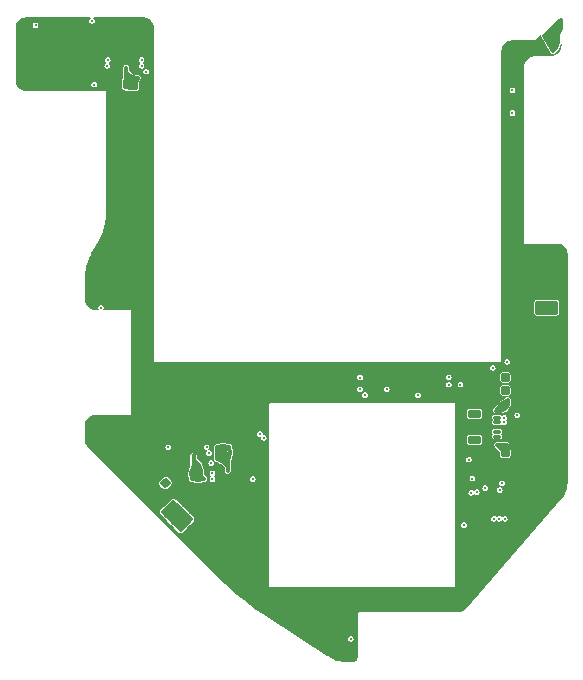
<source format=gbr>
%TF.GenerationSoftware,KiCad,Pcbnew,8.99.0-344-gfbc433deaa*%
%TF.CreationDate,2024-07-04T10:19:27-04:00*%
%TF.ProjectId,thundervolt_hw1,7468756e-6465-4727-966f-6c745f687731,rev?*%
%TF.SameCoordinates,PX85b368ePY7384544*%
%TF.FileFunction,Copper,L3,Inr*%
%TF.FilePolarity,Positive*%
%FSLAX46Y46*%
G04 Gerber Fmt 4.6, Leading zero omitted, Abs format (unit mm)*
G04 Created by KiCad (PCBNEW 8.99.0-344-gfbc433deaa) date 2024-07-04 10:19:27*
%MOMM*%
%LPD*%
G01*
G04 APERTURE LIST*
%TA.AperFunction,ViaPad*%
%ADD10C,0.300000*%
%TD*%
%TA.AperFunction,Conductor*%
%ADD11C,0.300000*%
%TD*%
%TA.AperFunction,Conductor*%
%ADD12C,0.350000*%
%TD*%
G04 APERTURE END LIST*
D10*
%TO.N,GND*%
X-9687095Y9784750D03*
X-13415668Y42541502D03*
X-17515668Y47741502D03*
X20984332Y13841502D03*
X23384332Y28341502D03*
X-665668Y1641502D03*
X-13315668Y11041502D03*
X-17115668Y43441502D03*
X-13015668Y26441502D03*
X-1015668Y1641502D03*
X13934332Y17291502D03*
X18484332Y17841502D03*
X22244824Y10373253D03*
X22134332Y27741502D03*
X18084332Y17841502D03*
X-2615668Y11041502D03*
X-11115697Y9819638D03*
X-13915668Y26441502D03*
X21185067Y43778918D03*
X-13015668Y13141502D03*
X6234332Y16716039D03*
X18084332Y16741502D03*
X-13015668Y43441502D03*
X-13015668Y42141502D03*
X-10890985Y12348309D03*
X16216344Y7216418D03*
X-3515668Y17841502D03*
X18084332Y16341502D03*
X-13915668Y12241502D03*
X5184332Y-358498D03*
X-2815668Y10544371D03*
X-13615668Y11341502D03*
X-19015668Y43541502D03*
X-15311552Y26348714D03*
X24184332Y26241502D03*
X-12715668Y11041502D03*
X-13649019Y40162552D03*
X-15160825Y13795414D03*
X-14715668Y14241502D03*
X-18615668Y42741502D03*
X18484332Y16341502D03*
X-18615668Y43141502D03*
X11084332Y-1858498D03*
X4784332Y17941502D03*
X17842378Y2797052D03*
X-1315668Y13941502D03*
X-16415668Y47741502D03*
X22584332Y28741502D03*
X-12368504Y27728276D03*
X-19415668Y43541502D03*
X18484332Y16741502D03*
X-14904824Y27578745D03*
X-815668Y10551502D03*
X-8090668Y10741502D03*
X18084332Y11041502D03*
X18484332Y17441502D03*
X23384332Y26641502D03*
X23784332Y28341502D03*
X-11515668Y13241502D03*
X20184332Y13041502D03*
X21218682Y44121790D03*
X-9988477Y9514546D03*
X-19015668Y43141502D03*
X-20615668Y43541502D03*
X-17115668Y47341502D03*
X21184332Y43441502D03*
X-16015668Y43041502D03*
X-16015668Y47741502D03*
X-14515668Y11641502D03*
X24184332Y28341502D03*
X19784332Y13041502D03*
X17824332Y4771502D03*
X-14315668Y26841502D03*
X-14857846Y44486707D03*
X-13615668Y10741502D03*
X5184332Y-958498D03*
X-19815668Y43141502D03*
X-13658727Y36803503D03*
X24184332Y28741502D03*
X-13790668Y43541502D03*
X3684332Y-658498D03*
X-7915668Y9341502D03*
X1858303Y16196228D03*
X-13415668Y42141502D03*
X15384332Y-1558498D03*
X18384332Y14741502D03*
X584332Y17241502D03*
X17584332Y10741502D03*
X-13015668Y10741502D03*
X-17515668Y43041502D03*
X-2215668Y11041502D03*
X16534332Y2391502D03*
X11584332Y-458498D03*
X-16415668Y47341502D03*
X22984332Y26241502D03*
X-13615668Y12541502D03*
X-13915668Y13841502D03*
X-11604726Y10512945D03*
X19384332Y13441502D03*
X-14915668Y43441502D03*
X11534332Y16641502D03*
X-17115668Y47741502D03*
X24184332Y27041502D03*
X-11784158Y13552781D03*
X18484332Y10441502D03*
X20984332Y13041502D03*
X-13515668Y14241502D03*
X18984332Y13441502D03*
X4584332Y-958498D03*
X21064332Y8481502D03*
X-20215668Y43541502D03*
X22584332Y26641502D03*
X-12615668Y26841502D03*
X-14215668Y11941502D03*
X-2815668Y10141502D03*
X17984332Y10441502D03*
X23384332Y26241502D03*
X-2615668Y11441502D03*
X-19415668Y43141502D03*
X-14315668Y26441502D03*
X23784332Y26241502D03*
X-13315668Y12241502D03*
X-12372316Y14004243D03*
X-11623297Y12270974D03*
X23784332Y26641502D03*
X9284332Y-458498D03*
X23484332Y6941502D03*
X-11796211Y12997633D03*
X-2215668Y11441502D03*
X15834332Y7941502D03*
X10534332Y16391502D03*
X-13015668Y11941502D03*
X-13649019Y33735700D03*
X-13015668Y43841502D03*
X-13615668Y11941502D03*
X-13474993Y43120430D03*
X-2315668Y10441502D03*
X13784332Y-458498D03*
X-14515668Y12241502D03*
X16384332Y841502D03*
X-7315668Y10267261D03*
X19428562Y2102219D03*
X20184332Y13441502D03*
X-2040668Y10041502D03*
X-13653006Y31521619D03*
X21984332Y28741502D03*
X-13515668Y13841502D03*
X-13404897Y43619069D03*
X-2460454Y9972493D03*
X-13015668Y26841502D03*
X-20215668Y42741502D03*
X-13915668Y26841502D03*
X-14315668Y13841502D03*
X-2815668Y9741502D03*
X19784332Y13441502D03*
X23384332Y27691502D03*
X23384332Y27041502D03*
X24184332Y26641502D03*
X-7915668Y9741502D03*
X19063599Y4207773D03*
X-18615668Y43541502D03*
X-7845159Y10360397D03*
X-19415668Y42741502D03*
X23784332Y28741502D03*
X-13115668Y14241502D03*
X-12615668Y26441502D03*
X3984332Y-358498D03*
X22984332Y28741502D03*
X-10762853Y10333428D03*
X15954374Y6120177D03*
X-13015668Y11341502D03*
X16394161Y9245210D03*
X16904332Y15615502D03*
X22984332Y26641502D03*
X-13015668Y42541502D03*
X-15147572Y14153247D03*
X-9931319Y10054955D03*
X4584332Y-358498D03*
X-19815668Y43541502D03*
X21185067Y43096537D03*
X-13315668Y10441502D03*
X-20615668Y43141502D03*
X-17115668Y43041502D03*
X16609332Y11766502D03*
X-1055973Y1242401D03*
X22634332Y45591502D03*
X17484332Y11241502D03*
X-665668Y2141502D03*
X22405303Y6635950D03*
X7484332Y-1858498D03*
X-12415668Y11341502D03*
X22584332Y28341502D03*
X-17515668Y47341502D03*
X-7691976Y10811606D03*
X-20615668Y42741502D03*
X20234332Y6091502D03*
X-16015668Y43441502D03*
X-7315668Y10641502D03*
X16894332Y17721502D03*
X4284332Y-658498D03*
X-11097126Y11268155D03*
X-13115668Y13841502D03*
X18084332Y17441502D03*
X17919359Y9294359D03*
X-13915668Y11641502D03*
X-11530443Y8402072D03*
X23784332Y27041502D03*
X18584332Y15441502D03*
X-12347555Y9225374D03*
X-16015668Y47341502D03*
X21548107Y44743665D03*
X-12071836Y13291040D03*
X-7315668Y11041502D03*
X24034332Y27691502D03*
X18484332Y11041502D03*
X24584332Y27791502D03*
X-10222308Y9779554D03*
X18434332Y6791502D03*
X-12409458Y12592867D03*
X-17515668Y43441502D03*
X-3615668Y14641502D03*
X-20215668Y43141502D03*
X5484332Y-658498D03*
X-13315668Y11641502D03*
X23384332Y28741502D03*
X-14715668Y13841502D03*
X3984332Y-958498D03*
X22984332Y27041502D03*
X21332972Y44451215D03*
X3199200Y17300060D03*
X-19015668Y42741502D03*
X22144824Y13273253D03*
X-16415668Y43041502D03*
X20205970Y9056432D03*
X-14280748Y28670626D03*
X18084332Y11441502D03*
X-13915668Y14241502D03*
X-665668Y1241502D03*
X-13008888Y42979798D03*
X18584332Y13441502D03*
X6284332Y-658498D03*
X-12715668Y11641502D03*
X5884332Y-358498D03*
X20584332Y13441502D03*
X22984332Y28341502D03*
X20584332Y13841502D03*
X-14215668Y12541502D03*
X13143435Y18008229D03*
X10684332Y17291502D03*
X-665668Y841502D03*
X18484332Y11441502D03*
X-3015668Y12641502D03*
X-7515668Y9741502D03*
X-13915668Y12841502D03*
X20584332Y13041502D03*
X-19815668Y42741502D03*
X24584332Y28341502D03*
X-7515668Y9341502D03*
X4884332Y-658498D03*
X21984332Y28241502D03*
X22584332Y27041502D03*
X-8915668Y10241502D03*
X-16415668Y43441502D03*
X20853125Y12386758D03*
X14184332Y16541502D03*
X22584332Y26241502D03*
X22734332Y27691502D03*
X5884332Y-958498D03*
X-13915668Y11041502D03*
X18184332Y13441502D03*
X-1115668Y841502D03*
X3384332Y-358498D03*
X20984332Y13441502D03*
X-10125668Y11241502D03*
X-14815668Y11941502D03*
X-10484292Y9021096D03*
X-14315668Y14241502D03*
X-14215668Y11341502D03*
%TO.N,+3V3*%
X20084332Y16341502D03*
X23955502Y46379002D03*
X18984332Y14241502D03*
X23384332Y23541502D03*
X24234332Y45691502D03*
X23784332Y23941502D03*
X22984332Y23541502D03*
X24184332Y23941502D03*
X20084332Y17441502D03*
X23784332Y23541502D03*
X19684332Y17841502D03*
X19484332Y14841502D03*
X24584332Y47141502D03*
X23184332Y46591502D03*
X20084332Y15741502D03*
X19684332Y16741502D03*
X19084332Y14841502D03*
X19684332Y17441502D03*
X23384332Y23941502D03*
X24184332Y23541502D03*
X23586974Y46755603D03*
X23384332Y23141502D03*
X22984332Y23141502D03*
X23784332Y47141502D03*
X24584332Y47541502D03*
X19884332Y14941502D03*
X20084332Y16741502D03*
X22584332Y23141502D03*
X24350023Y46697893D03*
X24184332Y47541502D03*
X20084332Y17841502D03*
X23934332Y45291502D03*
X22584332Y23541502D03*
X22984332Y23941502D03*
X24184332Y47141502D03*
X24184332Y23141502D03*
X23784332Y23141502D03*
X24584332Y47941502D03*
X22584332Y23941502D03*
X20084332Y15341502D03*
X19684332Y16341502D03*
X23701256Y45721429D03*
X23434332Y46141502D03*
X24334332Y46141502D03*
X19384332Y14241502D03*
X19584332Y15441502D03*
%TO.N,+1V8*%
X-15115668Y47841502D03*
X15084332Y17651502D03*
X-13790658Y44543362D03*
X-19897251Y47459919D03*
%TO.N,+1V0*%
X-14341747Y23541502D03*
X-8665668Y11741502D03*
%TO.N,+1V15*%
X6784332Y-4473101D03*
X-1515668Y9041502D03*
%TO.N,SDA*%
X-897441Y12846329D03*
X-10915668Y44041502D03*
X20884332Y14436143D03*
X-5215668Y11241502D03*
X-4915668Y9541502D03*
X19784332Y14241502D03*
X20484332Y41941502D03*
X15084332Y17041502D03*
X18934332Y5691502D03*
%TO.N,SCL*%
X18814332Y18466502D03*
X-10915668Y44541502D03*
X20484332Y40041502D03*
X-582318Y12541502D03*
X19384332Y5691502D03*
X7995838Y16160971D03*
X7584332Y17641502D03*
X-5415668Y11741502D03*
X-4915668Y9041502D03*
X16084332Y17041502D03*
X20037332Y18969502D03*
X19784332Y13841502D03*
%TO.N,EN*%
X19410383Y8129344D03*
X-10515668Y43541502D03*
X-5015668Y10398014D03*
%TO.N,VBAT*%
X-7615668Y5941502D03*
X19584332Y11941502D03*
X-6109635Y8996864D03*
X-6515668Y10241502D03*
X-3615668Y10541502D03*
X-11415668Y42541502D03*
X-8515668Y5641502D03*
X-3815668Y11441502D03*
X-5915668Y9341502D03*
X-7315668Y5041502D03*
X-6041307Y10239779D03*
X19684332Y11041502D03*
X20084332Y11041502D03*
X-7615668Y4741502D03*
X-12215668Y43041502D03*
X20084332Y11441502D03*
X-8215668Y7141502D03*
X-6315668Y9341502D03*
X-8515668Y6841502D03*
X-4521148Y10746356D03*
X-12215668Y43841502D03*
X-3615668Y9741502D03*
X-3615668Y10141502D03*
X-8215668Y5341502D03*
X-8855138Y8968317D03*
X-8215668Y6541502D03*
X-6515668Y10641502D03*
X-7915668Y6241502D03*
X19684332Y11441502D03*
X-7915668Y6841502D03*
X-6653004Y9042416D03*
X-11815668Y42541502D03*
X-11815668Y42141502D03*
X-12329478Y42615810D03*
X19184332Y11941502D03*
X-6315668Y9741502D03*
X-8815668Y6541502D03*
X-8815668Y5941502D03*
X-9115668Y6241502D03*
X-4501231Y11748826D03*
X-7015668Y5341502D03*
X-12215668Y43441502D03*
X-8215668Y5941502D03*
X-8633297Y8714784D03*
X-4215668Y11441502D03*
X-7315668Y5641502D03*
X-6715668Y5641502D03*
X19384332Y12641502D03*
X-11748792Y43044551D03*
X-6695302Y9540233D03*
X-4026552Y11805256D03*
X16784332Y10691502D03*
X-11260245Y42981737D03*
X-4215668Y11041502D03*
X-5637848Y9029401D03*
X-8515668Y6241502D03*
X-7915668Y5641502D03*
X-3409137Y11257549D03*
X-3498762Y11742187D03*
X-7915668Y5041502D03*
X-3815668Y11041502D03*
X-7015668Y5941502D03*
X-4099579Y10540551D03*
X-8931198Y8429560D03*
X-7615668Y5341502D03*
X-4538774Y11239878D03*
X-12282593Y42202373D03*
X-9165716Y8695769D03*
X19984332Y11941502D03*
X-5915668Y9741502D03*
X-6515668Y11041502D03*
X18984332Y12641502D03*
X-7315668Y6241502D03*
X-7615668Y6541502D03*
X-11415668Y42141502D03*
%TO.N,Net-(U4-LX2)*%
X17684332Y14341502D03*
X17284332Y14341502D03*
X18984332Y13841502D03*
X17284332Y14741502D03*
X16884332Y14741502D03*
X16884332Y14341502D03*
X19384332Y13841502D03*
X17684332Y14741502D03*
%TO.N,Net-(U4-LX1)*%
X17684332Y12141502D03*
X17684332Y12541502D03*
X17284332Y12541502D03*
X16884332Y12541502D03*
X16884332Y12141502D03*
X17284332Y12141502D03*
X18984332Y13041502D03*
X19384332Y13041502D03*
%TO.N,Net-(U3-VSET)*%
X-13815668Y44041502D03*
X-14915668Y42441502D03*
%TO.N,Net-(U5-PC0)*%
X16378025Y5161502D03*
X19834332Y5691502D03*
%TO.N,+1V8_ALW*%
X17095648Y9089286D03*
X9834332Y16641502D03*
X17459012Y7936601D03*
X19591352Y8685420D03*
%TO.N,ALERT*%
X7584332Y16641502D03*
X16998332Y7891502D03*
%TO.N,SAFEMODE*%
X18184059Y8274697D03*
X12484332Y16141502D03*
%TD*%
D11*
%TO.N,Net-(U4-LX2)*%
X17284332Y14741502D02*
X16884332Y14341502D01*
X17284332Y14341502D02*
X17684332Y14741502D01*
%TO.N,VBAT*%
X19684332Y11441502D02*
X20084332Y11441502D01*
%TO.N,Net-(U4-LX1)*%
X17284332Y12141502D02*
X16884332Y12541502D01*
X17684332Y12541502D02*
X17284332Y12141502D01*
%TO.N,+3V3*%
X19684332Y16741502D02*
X20084332Y16741502D01*
D12*
X23934332Y45291502D02*
X24234332Y45691502D01*
X22584332Y23941502D02*
X24184332Y23941502D01*
X24584332Y47941502D02*
X24584332Y47141502D01*
D11*
X19084332Y14841502D02*
X19484332Y14841502D01*
X18984332Y14241502D02*
X19384332Y14241502D01*
D12*
X23586974Y46755603D02*
X23955502Y46379002D01*
D11*
X19684332Y16341502D02*
X20084332Y16341502D01*
X19584332Y15441502D02*
X20084332Y15741502D01*
D12*
X23955502Y46379002D02*
X24184332Y47141502D01*
X23184332Y46591502D02*
X23934332Y45291502D01*
X22584332Y23141502D02*
X23384332Y23941502D01*
X23434332Y46141502D02*
X23955502Y46379002D01*
D11*
X20084332Y15741502D02*
X20084332Y15341502D01*
D12*
X24584332Y47941502D02*
X24184332Y47541502D01*
X24234332Y45691502D02*
X24334332Y46141502D01*
D11*
X19484332Y14841502D02*
X20084332Y15741502D01*
D12*
X23784332Y47141502D02*
X24184332Y47541502D01*
X22584332Y23141502D02*
X24184332Y23141502D01*
D11*
X20084332Y17841502D02*
X20084332Y17441502D01*
X19684332Y17841502D02*
X20084332Y17841502D01*
X19684332Y16741502D02*
X19684332Y16341502D01*
X19884332Y14941502D02*
X19484332Y14841502D01*
X19584332Y15441502D02*
X19884332Y14941502D01*
D12*
X23586974Y46755603D02*
X24334332Y46141502D01*
X23434332Y46141502D02*
X23586974Y46755603D01*
D11*
X19684332Y16741502D02*
X20084332Y16341502D01*
D12*
X24184332Y47541502D02*
X24350023Y46697893D01*
X23784332Y47141502D02*
X23184332Y46591502D01*
X23955502Y46379002D02*
X24234332Y45691502D01*
D11*
X20084332Y17441502D02*
X19684332Y17441502D01*
X19684332Y17841502D02*
X19684332Y17441502D01*
X20084332Y15341502D02*
X19884332Y14941502D01*
X19684332Y17841502D02*
X20084332Y17441502D01*
D12*
X23384332Y23141502D02*
X24184332Y23941502D01*
X22584332Y23941502D02*
X22584332Y23141502D01*
X23784332Y47141502D02*
X23934332Y45291502D01*
X24184332Y23541502D02*
X22584332Y23541502D01*
X24584332Y47541502D02*
X24184332Y47141502D01*
X23784332Y47141502D02*
X24350023Y46697893D01*
X24334332Y46141502D02*
X24350023Y46697893D01*
X23586974Y46755603D02*
X23701256Y45721429D01*
D11*
X19084332Y14841502D02*
X19584332Y15441502D01*
X20084332Y16741502D02*
X20084332Y16341502D01*
D12*
X23384332Y23941502D02*
X24184332Y23141502D01*
X22584332Y23941502D02*
X23384332Y23141502D01*
X23701256Y45721429D02*
X24350023Y46697893D01*
X24184332Y23941502D02*
X24184332Y23141502D01*
X24584332Y47141502D02*
X24350023Y46697893D01*
%TO.N,VBAT*%
X-6109635Y8996864D02*
X-5637848Y9029401D01*
X-11415668Y42541502D02*
X-11415668Y42141502D01*
X-7615668Y6541502D02*
X-7615668Y4741502D01*
X-3409137Y11257549D02*
X-4215668Y11041502D01*
X-3615668Y10141502D02*
X-3615668Y10541502D01*
X-6715668Y5641502D02*
X-8215668Y7141502D01*
X-4026552Y11805256D02*
X-4521148Y10746356D01*
X-7615668Y6541502D02*
X-8515668Y5641502D01*
X-5915668Y9341502D02*
X-5637848Y9029401D01*
X-8215668Y7141502D02*
X-9115668Y6241502D01*
X-12215668Y43841502D02*
X-12215668Y43441502D01*
X-8855138Y8968317D02*
X-9165716Y8695769D01*
X-6515668Y10241502D02*
X-6695302Y9540233D01*
X-11815668Y42541502D02*
X-11815668Y42141502D01*
X-6041307Y10239779D02*
X-5915668Y9741502D01*
X-12215668Y43041502D02*
X-11815668Y42541502D01*
X-7015668Y5941502D02*
X-7915668Y5041502D01*
X-6041307Y10239779D02*
X-6315668Y9341502D01*
X-6695302Y9540233D02*
X-5915668Y9341502D01*
X-4501231Y11748826D02*
X-3815668Y11041502D01*
X-8633297Y8714784D02*
X-8855138Y8968317D01*
X-11260245Y42981737D02*
X-11815668Y42541502D01*
X-6515668Y11041502D02*
X-6515668Y10641502D01*
X-11815668Y42141502D02*
X-11415668Y42141502D01*
X-12329478Y42615810D02*
X-12282593Y42202373D01*
X-12282593Y42202373D02*
X-11815668Y42541502D01*
X-4538774Y11239878D02*
X-4521148Y10746356D01*
X-9115668Y6241502D02*
X-7615668Y4741502D01*
X-6653004Y9042416D02*
X-6109635Y8996864D01*
X-4215668Y11041502D02*
X-3498762Y11742187D01*
D11*
X20084332Y11441502D02*
X19684332Y11041502D01*
D12*
X-3409137Y11257549D02*
X-3498762Y11742187D01*
X-5915668Y9341502D02*
X-5915668Y9741502D01*
X-9165716Y8695769D02*
X-8931198Y8429560D01*
D11*
X19984332Y11941502D02*
X20084332Y11441502D01*
X18984332Y12641502D02*
X19384332Y12641502D01*
D12*
X-8815668Y6541502D02*
X-7315668Y5041502D01*
X-12329478Y42615810D02*
X-11815668Y42541502D01*
D11*
X19184332Y11941502D02*
X19984332Y11941502D01*
D12*
X-3815668Y11441502D02*
X-4099579Y10540551D01*
X-4521148Y10746356D02*
X-4099579Y10540551D01*
X-4215668Y11041502D02*
X-3615668Y10541502D01*
X-4026552Y11805256D02*
X-3815668Y11041502D01*
X-8515668Y6841502D02*
X-7015668Y5341502D01*
X-6515668Y10241502D02*
X-6515668Y10641502D01*
X-4521148Y10746356D02*
X-3815668Y11041502D01*
X-11815668Y42141502D02*
X-12282593Y42202373D01*
X-6695302Y9540233D02*
X-6653004Y9042416D01*
X-12215668Y43041502D02*
X-12329478Y42615810D01*
X-3615668Y10141502D02*
X-3615668Y9741502D01*
X-11748792Y43044551D02*
X-11260245Y42981737D01*
X-4099579Y10540551D02*
X-3615668Y10141502D01*
D11*
X20084332Y11441502D02*
X20084332Y11041502D01*
D12*
X-5915668Y9741502D02*
X-6653004Y9042416D01*
X-3815668Y11441502D02*
X-3615668Y10541502D01*
X-7615668Y4741502D02*
X-6715668Y5641502D01*
X-6041307Y10239779D02*
X-6515668Y10641502D01*
X-8215668Y5341502D02*
X-7315668Y6241502D01*
D11*
X20084332Y11041502D02*
X19684332Y11041502D01*
D12*
X-3498762Y11742187D02*
X-4026552Y11805256D01*
X-6109635Y8996864D02*
X-6515668Y10241502D01*
X-4501231Y11748826D02*
X-4026552Y11805256D01*
X-12215668Y43441502D02*
X-12215668Y43041502D01*
X-4501231Y11748826D02*
X-4538774Y11239878D01*
X-12215668Y43441502D02*
X-11748792Y43044551D01*
X-11415668Y42141502D02*
X-11815668Y42541502D01*
X-8931198Y8429560D02*
X-8633297Y8714784D01*
X-8215668Y7141502D02*
X-8215668Y5341502D01*
X-11260245Y42981737D02*
X-11415668Y42541502D01*
X-6515668Y10241502D02*
X-6041307Y10239779D01*
X-8515668Y5641502D02*
X-8515668Y6841502D01*
X-3615668Y10541502D02*
X-3409137Y11257549D01*
X-11748792Y43044551D02*
X-11815668Y42541502D01*
X-8815668Y5941502D02*
X-7915668Y6841502D01*
X-12215668Y43041502D02*
X-11748792Y43044551D01*
X-7315668Y5041502D02*
X-7315668Y6241502D01*
D11*
X19584332Y11941502D02*
X20084332Y11441502D01*
D12*
X-7015668Y5941502D02*
X-7015668Y5341502D01*
X-8815668Y6541502D02*
X-8815668Y5941502D01*
X-7915668Y5041502D02*
X-7915668Y6841502D01*
D11*
X19684332Y11041502D02*
X19684332Y11441502D01*
X19684332Y11441502D02*
X19184332Y11941502D01*
%TO.N,Net-(U4-LX2)*%
X17684332Y14341502D02*
X17684332Y14741502D01*
X16884332Y14741502D02*
X16884332Y14341502D01*
X16884332Y14741502D02*
X17684332Y14741502D01*
X19384332Y13841502D02*
X18984332Y13841502D01*
X16884332Y14341502D02*
X17684332Y14341502D01*
X16884332Y14741502D02*
X17684332Y14341502D01*
%TO.N,Net-(U4-LX1)*%
X16884332Y12541502D02*
X17684332Y12541502D01*
X17284332Y12141502D02*
X17284332Y12541502D01*
X18984332Y13041502D02*
X19384332Y13041502D01*
X16884332Y12541502D02*
X17684332Y12141502D01*
X16884332Y12141502D02*
X16884332Y12541502D01*
X17684332Y12541502D02*
X17684332Y12141502D01*
X16884332Y12141502D02*
X17684332Y12141502D01*
%TD*%
%TA.AperFunction,Conductor*%
%TO.N,GND*%
G36*
X-15226026Y48118139D02*
G01*
X-15213300Y48087415D01*
X-15226026Y48056691D01*
X-15232611Y48051287D01*
X-15288266Y48014101D01*
X-15288267Y48014100D01*
X-15341178Y47934911D01*
X-15359758Y47841502D01*
X-15341178Y47748093D01*
X-15288266Y47668904D01*
X-15209077Y47615992D01*
X-15115668Y47597412D01*
X-15022259Y47615992D01*
X-14943070Y47668904D01*
X-14890158Y47748093D01*
X-14871578Y47841502D01*
X-14890158Y47934911D01*
X-14943070Y48014100D01*
X-14998726Y48051288D01*
X-15017201Y48078938D01*
X-15010714Y48111554D01*
X-14983063Y48130030D01*
X-14974586Y48130865D01*
X-10782598Y48130865D01*
X-10782584Y48130864D01*
X-10776162Y48130865D01*
X-10776160Y48130863D01*
X-10751363Y48130865D01*
X-10747109Y48130657D01*
X-10577995Y48114011D01*
X-10569649Y48112352D01*
X-10409077Y48063653D01*
X-10401212Y48060394D01*
X-10384172Y48051287D01*
X-10253241Y47981311D01*
X-10246158Y47976579D01*
X-10116457Y47870145D01*
X-10110434Y47864123D01*
X-10003989Y47734429D01*
X-9999256Y47727346D01*
X-9920162Y47579379D01*
X-9916902Y47571510D01*
X-9868194Y47410952D01*
X-9866532Y47402597D01*
X-9849947Y47234228D01*
X-9849738Y47229969D01*
X-9849738Y19023134D01*
X-9834438Y18986196D01*
X-9806167Y18957925D01*
X-9769229Y18942625D01*
X-9769228Y18942625D01*
X19470752Y18942625D01*
X19470753Y18942625D01*
X19507691Y18957925D01*
X19519268Y18969502D01*
X19793242Y18969502D01*
X19811822Y18876093D01*
X19864734Y18796904D01*
X19943923Y18743992D01*
X20037332Y18725412D01*
X20130741Y18743992D01*
X20209930Y18796904D01*
X20262842Y18876093D01*
X20281422Y18969502D01*
X20262842Y19062911D01*
X20209930Y19142100D01*
X20130741Y19195012D01*
X20037332Y19213592D01*
X19943923Y19195012D01*
X19864734Y19142101D01*
X19864733Y19142100D01*
X19811822Y19062911D01*
X19793242Y18969502D01*
X19519268Y18969502D01*
X19535962Y18986196D01*
X19551262Y19023134D01*
X19551262Y23088909D01*
X22319931Y23088909D01*
X22340057Y23040323D01*
X22340057Y23040321D01*
X22340058Y23040321D01*
X22360184Y22991731D01*
X22434561Y22917354D01*
X22482706Y22897412D01*
X22531740Y22877101D01*
X22531741Y22877101D01*
X22641979Y22877101D01*
X22641987Y22877102D01*
X23326677Y22877102D01*
X23326685Y22877101D01*
X23331740Y22877101D01*
X23441980Y22877101D01*
X23441988Y22877102D01*
X24126677Y22877102D01*
X24126685Y22877101D01*
X24131740Y22877101D01*
X24236925Y22877101D01*
X24293850Y22900682D01*
X24334103Y22917354D01*
X24408480Y22991731D01*
X24425152Y23031984D01*
X24448733Y23088909D01*
X24448733Y23194094D01*
X24448733Y23197590D01*
X24448732Y23197604D01*
X24448732Y23883847D01*
X24448733Y23883856D01*
X24448733Y23994094D01*
X24448732Y23994096D01*
X24418927Y24066050D01*
X24408480Y24091273D01*
X24334103Y24165650D01*
X24285958Y24185592D01*
X24285957Y24185593D01*
X24285956Y24185593D01*
X24236926Y24205903D01*
X24236925Y24205903D01*
X24131740Y24205903D01*
X24126685Y24205903D01*
X24126677Y24205902D01*
X23441988Y24205902D01*
X23441980Y24205903D01*
X23436925Y24205903D01*
X23331740Y24205903D01*
X23326685Y24205903D01*
X23326677Y24205902D01*
X22641987Y24205902D01*
X22641979Y24205903D01*
X22636924Y24205903D01*
X22531740Y24205903D01*
X22483150Y24185776D01*
X22482706Y24185592D01*
X22434559Y24165649D01*
X22360184Y24091274D01*
X22349737Y24066050D01*
X22349736Y24066049D01*
X22319931Y23994096D01*
X22319931Y23883856D01*
X22319932Y23883847D01*
X22319932Y23197604D01*
X22319931Y23197590D01*
X22319931Y23088909D01*
X19551262Y23088909D01*
X19551262Y40041502D01*
X20240242Y40041502D01*
X20258822Y39948093D01*
X20311734Y39868904D01*
X20390923Y39815992D01*
X20484332Y39797412D01*
X20577741Y39815992D01*
X20656930Y39868904D01*
X20709842Y39948093D01*
X20728422Y40041502D01*
X20709842Y40134911D01*
X20656930Y40214100D01*
X20577741Y40267012D01*
X20484332Y40285592D01*
X20390923Y40267012D01*
X20311734Y40214101D01*
X20311733Y40214100D01*
X20258822Y40134911D01*
X20240242Y40041502D01*
X19551262Y40041502D01*
X19551262Y41941502D01*
X20240242Y41941502D01*
X20258822Y41848093D01*
X20311734Y41768904D01*
X20390923Y41715992D01*
X20484332Y41697412D01*
X20577741Y41715992D01*
X20656930Y41768904D01*
X20709842Y41848093D01*
X20728422Y41941502D01*
X20709842Y42034911D01*
X20656930Y42114100D01*
X20577741Y42167012D01*
X20484332Y42185592D01*
X20390923Y42167012D01*
X20311734Y42114101D01*
X20311733Y42114100D01*
X20266092Y42045791D01*
X20258822Y42034911D01*
X20240242Y41941502D01*
X19551262Y41941502D01*
X19551262Y45279941D01*
X19551472Y45284205D01*
X19566253Y45434107D01*
X19568145Y45453301D01*
X19569807Y45461651D01*
X19577794Y45487973D01*
X19618524Y45622208D01*
X19621774Y45630054D01*
X19700880Y45778039D01*
X19705604Y45785107D01*
X19812042Y45914803D01*
X19818058Y45920820D01*
X19947757Y46027269D01*
X19954825Y46031992D01*
X20102793Y46111097D01*
X20110650Y46114353D01*
X20271213Y46163079D01*
X20279552Y46164738D01*
X20448244Y46181379D01*
X20452509Y46181588D01*
X22328022Y46181588D01*
X22348008Y46181585D01*
X22348008Y46181586D01*
X22348012Y46181585D01*
X22348015Y46181587D01*
X22348023Y46181588D01*
X22348027Y46181588D01*
X22368376Y46190017D01*
X22383596Y46196319D01*
X22385123Y46196889D01*
X22385167Y46196919D01*
X22386626Y46198550D01*
X22402106Y46214030D01*
X22843836Y46655632D01*
X22874560Y46668353D01*
X22905282Y46655622D01*
X22918004Y46624897D01*
X22916521Y46613647D01*
X22915333Y46609221D01*
X22918684Y46583705D01*
X22919013Y46576163D01*
X22917895Y46550447D01*
X22917896Y46550443D01*
X22924330Y46532776D01*
X22926583Y46523566D01*
X22929030Y46504934D01*
X22929031Y46504930D01*
X22941892Y46482636D01*
X22945081Y46475796D01*
X22953891Y46451609D01*
X22966592Y46437753D01*
X22972198Y46430106D01*
X23018904Y46349150D01*
X23154363Y46114354D01*
X23167068Y46092333D01*
X23171726Y46080577D01*
X23171929Y46079714D01*
X23175842Y46071126D01*
X23179270Y46059568D01*
X23180673Y46050227D01*
X23180674Y46050225D01*
X23198725Y46020230D01*
X23201033Y46015845D01*
X23215543Y45984007D01*
X23215545Y45984004D01*
X23222448Y45977567D01*
X23230043Y45968195D01*
X23234913Y45960102D01*
X23242338Y45954616D01*
X23254153Y45941383D01*
X23676968Y45208505D01*
X23679628Y45202718D01*
X23702040Y45164865D01*
X23703319Y45162546D01*
X23723019Y45124109D01*
X23725678Y45120752D01*
X23725664Y45120741D01*
X23728762Y45117023D01*
X23728777Y45117035D01*
X23731014Y45114482D01*
X23731172Y45114265D01*
X23732437Y45112854D01*
X23732763Y45112487D01*
X23733553Y45111586D01*
X23733617Y45111538D01*
X23733618Y45111537D01*
X23767780Y45085916D01*
X23768165Y45085627D01*
X23770230Y45083978D01*
X23803166Y45055983D01*
X23803167Y45055983D01*
X23803169Y45055981D01*
X23806907Y45053899D01*
X23806897Y45053883D01*
X23811172Y45051640D01*
X23811181Y45051656D01*
X23814233Y45050150D01*
X23814444Y45050020D01*
X23816084Y45049234D01*
X23816533Y45049015D01*
X23817680Y45048449D01*
X23859625Y45037702D01*
X23862160Y45036970D01*
X23903280Y45023717D01*
X23903284Y45023718D01*
X23907533Y45023224D01*
X23907530Y45023204D01*
X23912329Y45022769D01*
X23912331Y45022785D01*
X23915706Y45022564D01*
X23915958Y45022524D01*
X23917911Y45022417D01*
X23918394Y45022388D01*
X23919582Y45022310D01*
X23919659Y45022322D01*
X23919660Y45022321D01*
X23962474Y45028439D01*
X23965044Y45028726D01*
X24008120Y45032217D01*
X24008124Y45032220D01*
X24012237Y45033389D01*
X24012242Y45033370D01*
X24016845Y45034804D01*
X24016839Y45034822D01*
X24020045Y45035910D01*
X24020309Y45035973D01*
X24022189Y45036634D01*
X24022662Y45036797D01*
X24023717Y45037155D01*
X24023785Y45037196D01*
X24023788Y45037196D01*
X24060978Y45059219D01*
X24063267Y45060481D01*
X24101728Y45080191D01*
X24101731Y45080194D01*
X24105086Y45082851D01*
X24105098Y45082836D01*
X24108792Y45085916D01*
X24108780Y45085930D01*
X24111322Y45088160D01*
X24111534Y45088313D01*
X24112985Y45089613D01*
X24113347Y45089934D01*
X24114249Y45090726D01*
X24114294Y45090787D01*
X24114297Y45090788D01*
X24140226Y45125362D01*
X24141852Y45127398D01*
X24169851Y45160336D01*
X24169853Y45160343D01*
X24171935Y45164079D01*
X24171952Y45164070D01*
X24174188Y45168330D01*
X24174172Y45168338D01*
X24175673Y45171383D01*
X24176486Y45172708D01*
X24176527Y45172785D01*
X24176561Y45172831D01*
X24179880Y45178235D01*
X24412186Y45487977D01*
X24417951Y45493308D01*
X24417560Y45493717D01*
X24420648Y45496672D01*
X24420652Y45496673D01*
X24434766Y45516811D01*
X24439846Y45522816D01*
X24457366Y45540077D01*
X24463187Y45553844D01*
X24468441Y45562983D01*
X24477407Y45574936D01*
X24477408Y45574941D01*
X24479258Y45578796D01*
X24479774Y45578549D01*
X24479824Y45578657D01*
X24479300Y45578888D01*
X24481024Y45582803D01*
X24481027Y45582806D01*
X24486360Y45606814D01*
X24488754Y45614302D01*
X24498336Y45636955D01*
X24498445Y45651900D01*
X24499805Y45662361D01*
X24503512Y45676828D01*
X24503513Y45676830D01*
X24503512Y45676835D01*
X24503746Y45681104D01*
X24504309Y45681074D01*
X24504607Y45688921D01*
X24553340Y45908216D01*
X24572428Y45935446D01*
X24605181Y45941204D01*
X24632412Y45922116D01*
X24639205Y45898789D01*
X24639205Y45784236D01*
X24638996Y45779974D01*
X24622330Y45610868D01*
X24620667Y45602515D01*
X24571959Y45441975D01*
X24568700Y45434107D01*
X24489608Y45286145D01*
X24484876Y45279063D01*
X24378441Y45149373D01*
X24372419Y45143351D01*
X24242729Y45036916D01*
X24235647Y45032184D01*
X24087685Y44953091D01*
X24079817Y44949832D01*
X23919272Y44901123D01*
X23910919Y44899461D01*
X23741858Y44882798D01*
X23737596Y44882588D01*
X22565187Y44882588D01*
X22565172Y44882590D01*
X22558749Y44882590D01*
X22531820Y44882588D01*
X22507881Y44882588D01*
X22507570Y44882559D01*
X22435542Y44882552D01*
X22245925Y44849103D01*
X22245920Y44849102D01*
X22103666Y44797317D01*
X22064983Y44783235D01*
X22064981Y44783235D01*
X22064981Y44783234D01*
X22064978Y44783233D01*
X21898233Y44686958D01*
X21750725Y44563183D01*
X21750722Y44563181D01*
X21626952Y44415686D01*
X21576108Y44327630D01*
X21539749Y44264661D01*
X21530667Y44248933D01*
X21464795Y44067995D01*
X21464794Y44067992D01*
X21431340Y43878379D01*
X21431332Y43805592D01*
X21431330Y43805562D01*
X21431330Y43782101D01*
X21431326Y43749284D01*
X21431330Y43749255D01*
X21431330Y29099972D01*
X21431330Y29059990D01*
X21446630Y29023052D01*
X21474901Y28994781D01*
X21511839Y28979481D01*
X24249008Y28979481D01*
X24253266Y28979273D01*
X24422374Y28962615D01*
X24430721Y28960954D01*
X24591278Y28912247D01*
X24599141Y28908990D01*
X24747104Y28829901D01*
X24754186Y28825169D01*
X24883877Y28718734D01*
X24889900Y28712712D01*
X24996334Y28583023D01*
X25001066Y28575941D01*
X25080157Y28427976D01*
X25083417Y28420106D01*
X25132121Y28259559D01*
X25133783Y28251206D01*
X25150437Y28082143D01*
X25150646Y28077877D01*
X25147974Y8685420D01*
X25147974Y8685419D01*
X25147973Y8679580D01*
X25147895Y8676990D01*
X25134593Y8454796D01*
X25133976Y8449653D01*
X25094552Y8231892D01*
X25093327Y8226858D01*
X25028264Y8015331D01*
X25026448Y8010479D01*
X24936677Y7808213D01*
X24934297Y7803611D01*
X24821084Y7613460D01*
X24818173Y7609175D01*
X24682378Y7432870D01*
X24680735Y7430864D01*
X24678707Y7428534D01*
X24678708Y7428533D01*
X16537662Y-1929134D01*
X16537657Y-1929141D01*
X16526363Y-1942123D01*
X16523817Y-1944810D01*
X16417481Y-2047782D01*
X16411730Y-2052469D01*
X16290975Y-2134792D01*
X16284510Y-2138433D01*
X16151505Y-2199014D01*
X16144515Y-2201501D01*
X16003151Y-2238567D01*
X15995840Y-2239829D01*
X15848288Y-2252472D01*
X15844579Y-2252631D01*
X7491305Y-2252631D01*
X7451323Y-2252631D01*
X7432854Y-2260281D01*
X7414384Y-2267931D01*
X7386114Y-2296201D01*
X7370814Y-2333140D01*
X7370814Y-6016029D01*
X7370813Y-6016039D01*
X7370813Y-6045180D01*
X7370444Y-6050833D01*
X7358025Y-6145472D01*
X7355106Y-6156399D01*
X7319778Y-6241973D01*
X7314138Y-6251777D01*
X7257920Y-6325335D01*
X7249941Y-6333351D01*
X7176641Y-6389908D01*
X7166863Y-6395593D01*
X7081452Y-6431315D01*
X7070538Y-6434284D01*
X6976144Y-6447111D01*
X6970278Y-6447507D01*
X6430573Y-6447317D01*
X6430177Y-6447317D01*
X6430175Y-6447316D01*
X6426940Y-6447316D01*
X6424843Y-6447265D01*
X6148823Y-6433846D01*
X6144655Y-6433441D01*
X5872259Y-6393664D01*
X5868148Y-6392860D01*
X5600837Y-6327039D01*
X5596824Y-6325843D01*
X5337087Y-6234590D01*
X5333207Y-6233012D01*
X5083481Y-6117183D01*
X5079771Y-6115240D01*
X4841183Y-5975216D01*
X4839402Y-5974112D01*
X4819869Y-5961344D01*
X4819866Y-5961342D01*
X4819866Y-5961343D01*
X2542982Y-4473101D01*
X6540242Y-4473101D01*
X6558822Y-4566510D01*
X6611734Y-4645699D01*
X6690923Y-4698611D01*
X6784332Y-4717191D01*
X6877741Y-4698611D01*
X6956930Y-4645699D01*
X7009842Y-4566510D01*
X7028422Y-4473101D01*
X7009842Y-4379692D01*
X6956930Y-4300503D01*
X6877741Y-4247591D01*
X6784332Y-4229011D01*
X6690923Y-4247591D01*
X6611734Y-4300502D01*
X6611733Y-4300503D01*
X6558822Y-4379692D01*
X6540242Y-4473101D01*
X2542982Y-4473101D01*
X-599218Y-2419261D01*
X-599706Y-2418842D01*
X-605605Y-2415008D01*
X-626473Y-2401445D01*
X-627029Y-2401077D01*
X-1192749Y-2019434D01*
X-1193971Y-2018578D01*
X-1745876Y-1618007D01*
X-1747055Y-1617120D01*
X-2284935Y-1197787D01*
X-2286094Y-1196851D01*
X-2809220Y-759324D01*
X-2810348Y-758347D01*
X-3318139Y-303115D01*
X-3319233Y-302100D01*
X-3811590Y170781D01*
X-3812123Y171302D01*
X-3830646Y189714D01*
X-3830739Y189806D01*
X-3830786Y189853D01*
X-3830786Y189854D01*
X-9865969Y6188909D01*
X-9380069Y6188909D01*
X-9339817Y6091733D01*
X-9339815Y6091731D01*
X-9039817Y5791733D01*
X-9039816Y5791731D01*
X-8965439Y5717354D01*
X-8965438Y5717354D01*
X-8739817Y5491733D01*
X-8739816Y5491731D01*
X-8665439Y5417354D01*
X-8665438Y5417354D01*
X-8439817Y5191733D01*
X-8439816Y5191731D01*
X-8365439Y5117354D01*
X-8365438Y5117354D01*
X-8139817Y4891733D01*
X-8139816Y4891731D01*
X-8065439Y4817354D01*
X-8065438Y4817354D01*
X-7839817Y4591733D01*
X-7839816Y4591731D01*
X-7765439Y4517354D01*
X-7717294Y4497412D01*
X-7668260Y4477101D01*
X-7668259Y4477101D01*
X-7563077Y4477101D01*
X-7563076Y4477101D01*
X-7514042Y4497412D01*
X-7465897Y4517354D01*
X-7391520Y4591731D01*
X-7391520Y4591733D01*
X-7165899Y4817354D01*
X-7165897Y4817354D01*
X-7091520Y4891731D01*
X-7091520Y4891733D01*
X-6865899Y5117354D01*
X-6865897Y5117354D01*
X-6791520Y5191731D01*
X-6791520Y5191733D01*
X-6491521Y5491731D01*
X-6451267Y5588909D01*
X-6451267Y5694094D01*
X-6460902Y5717354D01*
X-6491520Y5791272D01*
X-6791520Y6091272D01*
X-6791520Y6091273D01*
X-6865897Y6165650D01*
X-6865899Y6165651D01*
X-7091520Y6391272D01*
X-7091520Y6391273D01*
X-7165897Y6465650D01*
X-7165899Y6465651D01*
X-7391520Y6691272D01*
X-7391520Y6691273D01*
X-7465897Y6765650D01*
X-7465899Y6765651D01*
X-7691520Y6991272D01*
X-7691520Y6991273D01*
X-7765897Y7065650D01*
X-7765899Y7065651D01*
X-7991520Y7291272D01*
X-7991520Y7291273D01*
X-8065897Y7365650D01*
X-8114487Y7385776D01*
X-8114487Y7385777D01*
X-8114489Y7385777D01*
X-8163075Y7405903D01*
X-8163076Y7405903D01*
X-8268261Y7405903D01*
X-8268263Y7405903D01*
X-8317293Y7385593D01*
X-8317294Y7385592D01*
X-8365439Y7365650D01*
X-8365441Y7365649D01*
X-9039817Y6691272D01*
X-9265439Y6465649D01*
X-9339817Y6391272D01*
X-9380069Y6294096D01*
X-9380069Y6188909D01*
X-9865969Y6188909D01*
X-12352434Y8660489D01*
X-9432980Y8660489D01*
X-9432948Y8660255D01*
X-9432923Y8660066D01*
X-9432913Y8659987D01*
X-9415928Y8610319D01*
X-9415947Y8610313D01*
X-9415902Y8610241D01*
X-9399135Y8560900D01*
X-9398952Y8560586D01*
X-9398906Y8560507D01*
X-9398877Y8560456D01*
X-9398876Y8560455D01*
X-9364188Y8521080D01*
X-9356942Y8512823D01*
X-9327343Y8479093D01*
X-9326538Y8478342D01*
X-9171139Y8301942D01*
X-9165700Y8295769D01*
X-9161070Y8288160D01*
X-9160845Y8288302D01*
X-9158548Y8284696D01*
X-9126605Y8251335D01*
X-9125385Y8250007D01*
X-9094829Y8215321D01*
X-9091428Y8212723D01*
X-9091590Y8212512D01*
X-9089462Y8210955D01*
X-9089308Y8211173D01*
X-9085807Y8208722D01*
X-9043514Y8190116D01*
X-9041880Y8189356D01*
X-9000387Y8169009D01*
X-8996248Y8167910D01*
X-8996317Y8167651D01*
X-8993761Y8167028D01*
X-8993702Y8167291D01*
X-8989529Y8166367D01*
X-8989525Y8166365D01*
X-8943302Y8165361D01*
X-8941561Y8165287D01*
X-8908080Y8163167D01*
X-8895415Y8162365D01*
X-8895414Y8162366D01*
X-8895411Y8162365D01*
X-8895409Y8162366D01*
X-8891170Y8162934D01*
X-8891135Y8162668D01*
X-8888535Y8163072D01*
X-8888581Y8163336D01*
X-8884369Y8164080D01*
X-8884365Y8164079D01*
X-8841310Y8180828D01*
X-8839633Y8181440D01*
X-8795884Y8196400D01*
X-8795881Y8196404D01*
X-8792182Y8198549D01*
X-8792047Y8198316D01*
X-8789804Y8199681D01*
X-8789948Y8199908D01*
X-8786340Y8202210D01*
X-8786334Y8202211D01*
X-8752969Y8234158D01*
X-8751645Y8235374D01*
X-8716958Y8265930D01*
X-8716956Y8265936D01*
X-8714359Y8269333D01*
X-8714147Y8269171D01*
X-8708892Y8276359D01*
X-8455400Y8519064D01*
X-8454043Y8520307D01*
X-8419609Y8550435D01*
X-8419608Y8550438D01*
X-8419607Y8550438D01*
X-8416999Y8553829D01*
X-8416868Y8553728D01*
X-8414778Y8556574D01*
X-8414914Y8556669D01*
X-8412461Y8560175D01*
X-8412458Y8560177D01*
X-8394052Y8602018D01*
X-8393243Y8603751D01*
X-8372981Y8644720D01*
X-8372981Y8644728D01*
X-8371869Y8648854D01*
X-8371710Y8648812D01*
X-8370867Y8652246D01*
X-8371028Y8652281D01*
X-8370105Y8656452D01*
X-8370102Y8656457D01*
X-8369109Y8702179D01*
X-8369026Y8704054D01*
X-8365984Y8749672D01*
X-8365984Y8749673D01*
X-8366538Y8753914D01*
X-8366375Y8753936D01*
X-8366911Y8757430D01*
X-8367073Y8757401D01*
X-8367817Y8761610D01*
X-8367816Y8761617D01*
X-8384383Y8804205D01*
X-8385046Y8806031D01*
X-8386725Y8810996D01*
X-8399684Y8849313D01*
X-8399685Y8849314D01*
X-8399685Y8849315D01*
X-8401819Y8853021D01*
X-8401678Y8853103D01*
X-8403513Y8856129D01*
X-8403650Y8856041D01*
X-8405949Y8859650D01*
X-8437542Y8892646D01*
X-8438858Y8894083D01*
X-8542119Y9012096D01*
X-8618734Y9099657D01*
X-8619219Y9100334D01*
X-8656279Y9142565D01*
X-8690789Y9182005D01*
X-8690790Y9182006D01*
X-8690791Y9182007D01*
X-8690875Y9182071D01*
X-8690960Y9182137D01*
X-8691095Y9182241D01*
X-8737784Y9205247D01*
X-8737778Y9205260D01*
X-8737840Y9205275D01*
X-8785074Y9228634D01*
X-8785076Y9228635D01*
X-8785440Y9228734D01*
X-8837594Y9232135D01*
X-8837625Y9232151D01*
X-8837655Y9232139D01*
X-8890033Y9235631D01*
X-8890409Y9235582D01*
X-8927514Y9222973D01*
X-8940373Y9218603D01*
X-8940393Y9218597D01*
X-8940431Y9218584D01*
X-8989678Y9201928D01*
X-8989814Y9201848D01*
X-8989995Y9201745D01*
X-9029491Y9167085D01*
X-9029537Y9167045D01*
X-9071674Y9130175D01*
X-9072241Y9129570D01*
X-9297410Y8931974D01*
X-9298307Y8931328D01*
X-9340335Y8894305D01*
X-9340396Y8894252D01*
X-9379650Y8859804D01*
X-9379737Y8859688D01*
X-9379885Y8859494D01*
X-9379951Y8859409D01*
X-9379956Y8859400D01*
X-9379956Y8859399D01*
X-9401156Y8816166D01*
X-9403087Y8812229D01*
X-9403123Y8812156D01*
X-9426138Y8765447D01*
X-9426207Y8765184D01*
X-9426268Y8764961D01*
X-9429583Y8712572D01*
X-9429588Y8712489D01*
X-9432980Y8660489D01*
X-12352434Y8660489D01*
X-13251914Y9554585D01*
X-6964502Y9554585D01*
X-6958280Y9511405D01*
X-6957992Y9508888D01*
X-6918655Y9045921D01*
X-6918651Y9038613D01*
X-6920874Y9012099D01*
X-6920874Y9012096D01*
X-6920742Y9011685D01*
X-6918699Y8997321D01*
X-6918711Y8996878D01*
X-6915488Y8988471D01*
X-6912765Y8976599D01*
X-6912003Y8967631D01*
X-6912003Y8967630D01*
X-6912002Y8967628D01*
X-6901896Y8948094D01*
X-6899774Y8943993D01*
X-6896975Y8937244D01*
X-6888882Y8911898D01*
X-6888879Y8911892D01*
X-6888600Y8911562D01*
X-6881216Y8899073D01*
X-6881059Y8898665D01*
X-6874864Y8892131D01*
X-6867806Y8882205D01*
X-6863667Y8874206D01*
X-6843327Y8857052D01*
X-6838160Y8851891D01*
X-6820977Y8831563D01*
X-6820590Y8831363D01*
X-6808986Y8822650D01*
X-6808688Y8822335D01*
X-6800467Y8818671D01*
X-6790144Y8812199D01*
X-6783262Y8806394D01*
X-6783261Y8806394D01*
X-6783260Y8806393D01*
X-6757894Y8798326D01*
X-6751148Y8795536D01*
X-6727500Y8783334D01*
X-6727078Y8783299D01*
X-6713012Y8779686D01*
X-6712616Y8779509D01*
X-6703615Y8779270D01*
X-6691605Y8777242D01*
X-6683023Y8774512D01*
X-6656499Y8776767D01*
X-6649201Y8776770D01*
X-6188295Y8738132D01*
X-6184770Y8737495D01*
X-6182505Y8737320D01*
X-6182504Y8737319D01*
X-6170561Y8736394D01*
X-6168091Y8736202D01*
X-6157621Y8734074D01*
X-6143911Y8729472D01*
X-6114900Y8731473D01*
X-6108290Y8731425D01*
X-6079315Y8728995D01*
X-6079314Y8728996D01*
X-6079294Y8728994D01*
X-6078717Y8729062D01*
X-6078464Y8729091D01*
X-6077659Y8729183D01*
X-6077635Y8729192D01*
X-6077633Y8729191D01*
X-6063889Y8733676D01*
X-6053410Y8735714D01*
X-5639179Y8764283D01*
X-5633672Y8764312D01*
X-5600683Y8762394D01*
X-5589878Y8766152D01*
X-5578595Y8768460D01*
X-5567189Y8769246D01*
X-5537610Y8783960D01*
X-5532545Y8786091D01*
X-5501333Y8796943D01*
X-5492792Y8804546D01*
X-5483250Y8810996D01*
X-5480457Y8812386D01*
X-5473010Y8816089D01*
X-5451299Y8841018D01*
X-5447449Y8844910D01*
X-5422767Y8866879D01*
X-5417788Y8877169D01*
X-5411444Y8886778D01*
X-5403926Y8895407D01*
X-5393415Y8926728D01*
X-5391339Y8931819D01*
X-5376944Y8961558D01*
X-5376281Y8972977D01*
X-5374095Y8984286D01*
X-5372690Y8988471D01*
X-5370456Y8995125D01*
X-5372730Y9028074D01*
X-5372759Y9033583D01*
X-5372299Y9041502D01*
X-5159758Y9041502D01*
X-5141178Y8948093D01*
X-5105976Y8895409D01*
X-5097154Y8882205D01*
X-5088266Y8868904D01*
X-5009077Y8815992D01*
X-4915668Y8797412D01*
X-4822259Y8815992D01*
X-4743070Y8868904D01*
X-4690158Y8948093D01*
X-4671578Y9041502D01*
X-1759758Y9041502D01*
X-1741178Y8948093D01*
X-1705976Y8895409D01*
X-1697154Y8882205D01*
X-1688266Y8868904D01*
X-1609077Y8815992D01*
X-1515668Y8797412D01*
X-1422259Y8815992D01*
X-1343070Y8868904D01*
X-1290158Y8948093D01*
X-1271578Y9041502D01*
X-1290158Y9134911D01*
X-1343070Y9214100D01*
X-1343076Y9214104D01*
X-1369348Y9231659D01*
X-1422259Y9267012D01*
X-1515668Y9285592D01*
X-1609077Y9267012D01*
X-1688266Y9214101D01*
X-1688267Y9214100D01*
X-1736032Y9142612D01*
X-1741178Y9134911D01*
X-1759758Y9041502D01*
X-4671578Y9041502D01*
X-4690158Y9134911D01*
X-4743070Y9214100D01*
X-4743076Y9214104D01*
X-4775294Y9235631D01*
X-4804843Y9255375D01*
X-4823318Y9283025D01*
X-4816831Y9315641D01*
X-4804844Y9327629D01*
X-4743070Y9368904D01*
X-4690158Y9448093D01*
X-4671578Y9541502D01*
X-4690158Y9634911D01*
X-4743070Y9714100D01*
X-4750453Y9719033D01*
X-4769348Y9731659D01*
X-4822259Y9767012D01*
X-4915668Y9785592D01*
X-5009077Y9767012D01*
X-5088266Y9714101D01*
X-5088267Y9714100D01*
X-5126664Y9656633D01*
X-5141178Y9634911D01*
X-5159758Y9541502D01*
X-5141178Y9448093D01*
X-5137196Y9442134D01*
X-5088267Y9368905D01*
X-5088263Y9368901D01*
X-5026495Y9327629D01*
X-5008019Y9299979D01*
X-5014507Y9267363D01*
X-5026495Y9255375D01*
X-5088263Y9214104D01*
X-5088267Y9214100D01*
X-5136032Y9142612D01*
X-5141178Y9134911D01*
X-5159758Y9041502D01*
X-5372299Y9041502D01*
X-5370841Y9066566D01*
X-5374601Y9077376D01*
X-5376907Y9088656D01*
X-5377693Y9100059D01*
X-5377830Y9100334D01*
X-5385359Y9115472D01*
X-5392409Y9129648D01*
X-5394542Y9134718D01*
X-5405390Y9165916D01*
X-5406494Y9167156D01*
X-5412991Y9174456D01*
X-5419438Y9183993D01*
X-5424533Y9194236D01*
X-5424536Y9194240D01*
X-5449455Y9215944D01*
X-5453371Y9219818D01*
X-5640272Y9429782D01*
X-5651268Y9458672D01*
X-5651268Y9719033D01*
X-5650808Y9725341D01*
X-5646434Y9755150D01*
X-5648931Y9765049D01*
X-5650234Y9776826D01*
X-5649961Y9787038D01*
X-5649963Y9787041D01*
X-5649962Y9787043D01*
X-5650559Y9790525D01*
X-5651268Y9794093D01*
X-5651268Y9794094D01*
X-5662803Y9821941D01*
X-5664786Y9827930D01*
X-5775452Y10266825D01*
X-5776769Y10277592D01*
X-5776718Y10291410D01*
X-5778641Y10296100D01*
X-5781738Y10308987D01*
X-5782156Y10314038D01*
X-5782157Y10314040D01*
X-5782166Y10314151D01*
X-5782571Y10315496D01*
X-5782740Y10316071D01*
X-5783132Y10317438D01*
X-5783186Y10317539D01*
X-5783186Y10317542D01*
X-5790316Y10330942D01*
X-5794082Y10340712D01*
X-5797790Y10355419D01*
X-5806037Y10366502D01*
X-5811377Y10375951D01*
X-5816617Y10388735D01*
X-5820189Y10392333D01*
X-5824319Y10398014D01*
X-5259758Y10398014D01*
X-5241178Y10304605D01*
X-5188266Y10225416D01*
X-5109077Y10172504D01*
X-5015668Y10153924D01*
X-4922259Y10172504D01*
X-4843070Y10225416D01*
X-4790158Y10304605D01*
X-4771578Y10398014D01*
X-4790158Y10491423D01*
X-4843070Y10570612D01*
X-4922259Y10623524D01*
X-5015668Y10642104D01*
X-5109077Y10623524D01*
X-5188266Y10570613D01*
X-5188267Y10570612D01*
X-5232869Y10503859D01*
X-5241178Y10491423D01*
X-5259758Y10398014D01*
X-5824319Y10398014D01*
X-5827983Y10403055D01*
X-5830301Y10407558D01*
X-5830303Y10407560D01*
X-5830358Y10407667D01*
X-5831257Y10408767D01*
X-5831637Y10409237D01*
X-5832504Y10410327D01*
X-5832593Y10410400D01*
X-5832593Y10410401D01*
X-5844299Y10420045D01*
X-5851529Y10427642D01*
X-5860580Y10439807D01*
X-5872438Y10446890D01*
X-5880992Y10453580D01*
X-5890725Y10463384D01*
X-5895404Y10465342D01*
X-5906709Y10472266D01*
X-6235898Y10751048D01*
X-6251119Y10780615D01*
X-6251268Y10784205D01*
X-6251268Y11094094D01*
X-6273635Y11148094D01*
X-6291520Y11191273D01*
X-6365897Y11265650D01*
X-6463076Y11305902D01*
X-6568260Y11305902D01*
X-6589894Y11296941D01*
X-6665440Y11265650D01*
X-6739816Y11191274D01*
X-6780068Y11094094D01*
X-6780068Y10689603D01*
X-6782139Y10676348D01*
X-6783511Y10672068D01*
X-6780217Y10632350D01*
X-6780068Y10628760D01*
X-6780068Y10280306D01*
X-6781427Y10269524D01*
X-6937345Y9660845D01*
X-6937576Y9660205D01*
X-6949289Y9614257D01*
X-6949985Y9611824D01*
X-6963205Y9570254D01*
X-6963205Y9570250D01*
X-6963166Y9569792D01*
X-6964367Y9555350D01*
X-6964486Y9554889D01*
X-6964488Y9554832D01*
X-6964502Y9554585D01*
X-13251914Y9554585D01*
X-15452001Y11741502D01*
X-8909758Y11741502D01*
X-8891178Y11648093D01*
X-8838266Y11568904D01*
X-8759077Y11515992D01*
X-8665668Y11497412D01*
X-8572259Y11515992D01*
X-8493070Y11568904D01*
X-8440158Y11648093D01*
X-8421578Y11741502D01*
X-5659758Y11741502D01*
X-5641178Y11648093D01*
X-5588266Y11568904D01*
X-5509077Y11515992D01*
X-5415668Y11497412D01*
X-5413359Y11497872D01*
X-5380745Y11491389D01*
X-5362265Y11463741D01*
X-5368748Y11431124D01*
X-5380737Y11419133D01*
X-5388262Y11414105D01*
X-5388267Y11414100D01*
X-5432553Y11347819D01*
X-5441178Y11334911D01*
X-5459758Y11241502D01*
X-5441178Y11148093D01*
X-5388266Y11068904D01*
X-5309077Y11015992D01*
X-5215668Y10997412D01*
X-5122259Y11015992D01*
X-5043070Y11068904D01*
X-4990158Y11148093D01*
X-4978464Y11206882D01*
X-4806328Y11206882D01*
X-4806327Y11206877D01*
X-4803604Y11198635D01*
X-4801439Y11186558D01*
X-4785915Y10751891D01*
X-4785969Y10747672D01*
X-4788281Y10710104D01*
X-4788151Y10709151D01*
X-4788141Y10708934D01*
X-4788029Y10708202D01*
X-4787929Y10707508D01*
X-4787817Y10706680D01*
X-4787761Y10706455D01*
X-4786969Y10701289D01*
X-4787040Y10701279D01*
X-4786280Y10697005D01*
X-4786209Y10697019D01*
X-4784511Y10688636D01*
X-4785059Y10688526D01*
X-4785030Y10688395D01*
X-4784486Y10688523D01*
X-4783502Y10684359D01*
X-4767875Y10650139D01*
X-4766311Y10646221D01*
X-4754072Y10610634D01*
X-4753591Y10609809D01*
X-4753492Y10609598D01*
X-4753067Y10608897D01*
X-4752703Y10608285D01*
X-4752333Y10607651D01*
X-4752206Y10607478D01*
X-4749489Y10602996D01*
X-4749553Y10602958D01*
X-4747216Y10599301D01*
X-4747154Y10599342D01*
X-4742374Y10592242D01*
X-4742839Y10591930D01*
X-4742766Y10591825D01*
X-4742312Y10592152D01*
X-4739810Y10588683D01*
X-4739808Y10588680D01*
X-4720402Y10570613D01*
X-4712269Y10563041D01*
X-4709324Y10560019D01*
X-4684407Y10531835D01*
X-4684406Y10531834D01*
X-4684402Y10531830D01*
X-4684398Y10531828D01*
X-4683655Y10531263D01*
X-4683490Y10531112D01*
X-4682850Y10530642D01*
X-4682257Y10530198D01*
X-4681642Y10529730D01*
X-4681452Y10529615D01*
X-4677240Y10526522D01*
X-4677284Y10526463D01*
X-4673730Y10523983D01*
X-4673689Y10524044D01*
X-4670127Y10521682D01*
X-4670125Y10521680D01*
X-4670123Y10521679D01*
X-4666556Y10519314D01*
X-4666867Y10518846D01*
X-4666760Y10518777D01*
X-4666465Y10519254D01*
X-4662828Y10517008D01*
X-4662826Y10517007D01*
X-4662823Y10517005D01*
X-4627562Y10503854D01*
X-4623697Y10502194D01*
X-4548209Y10465342D01*
X-4249461Y10319498D01*
X-4240609Y10313747D01*
X-4229206Y10304182D01*
X-4229203Y10304182D01*
X-4227944Y10303125D01*
X-4224023Y10300468D01*
X-3895874Y10029866D01*
X-3880267Y10000502D01*
X-3880068Y9996345D01*
X-3880068Y9688910D01*
X-3839816Y9591731D01*
X-3765439Y9517354D01*
X-3668260Y9477102D01*
X-3668259Y9477102D01*
X-3563077Y9477102D01*
X-3563076Y9477102D01*
X-3465897Y9517354D01*
X-3391520Y9591731D01*
X-3351268Y9688910D01*
X-3351268Y10095466D01*
X-3349367Y10108178D01*
X-3347449Y10114446D01*
X-3351069Y10152113D01*
X-3351268Y10156269D01*
X-3351268Y10494654D01*
X-3349301Y10507580D01*
X-3347592Y10513063D01*
X-3347593Y10513069D01*
X-3347355Y10515304D01*
X-3345895Y10522764D01*
X-3345525Y10524044D01*
X-3168939Y11136277D01*
X-3162985Y11148865D01*
X-3161491Y11151036D01*
X-3160682Y11154836D01*
X-3155812Y11167516D01*
X-3153870Y11170877D01*
X-3150020Y11200113D01*
X-3148690Y11206478D01*
X-3148573Y11206882D01*
X-3140518Y11234807D01*
X-3140813Y11237431D01*
X-3140131Y11251339D01*
X-3139582Y11253914D01*
X-3140288Y11257731D01*
X-3140640Y11271315D01*
X-3140133Y11275161D01*
X-3142233Y11283000D01*
X-3147766Y11303651D01*
X-3148969Y11310018D01*
X-3152262Y11339334D01*
X-3153542Y11341651D01*
X-3158230Y11354751D01*
X-3169121Y11413645D01*
X-3230260Y11744241D01*
X-3230675Y11757299D01*
X-3229989Y11763035D01*
X-3230525Y11764944D01*
X-3232259Y11771117D01*
X-3233874Y11783360D01*
X-3233777Y11791751D01*
X-3241949Y11812135D01*
X-3244342Y11820392D01*
X-3248334Y11841983D01*
X-3251484Y11846838D01*
X-3256865Y11858741D01*
X-3258427Y11864304D01*
X-3258428Y11864305D01*
X-3263617Y11870903D01*
X-3269794Y11881596D01*
X-3271313Y11885385D01*
X-3272916Y11889384D01*
X-3272918Y11889386D01*
X-3272918Y11889387D01*
X-3288258Y11905081D01*
X-3293636Y11911803D01*
X-3305585Y11930220D01*
X-3305588Y11930223D01*
X-3310353Y11933501D01*
X-3319881Y11942439D01*
X-3323453Y11946981D01*
X-3330771Y11951090D01*
X-3340571Y11958606D01*
X-3346432Y11964603D01*
X-3346436Y11964606D01*
X-3347841Y11965207D01*
X-3366626Y11973242D01*
X-3374159Y11977390D01*
X-3382302Y11982991D01*
X-3392249Y11989833D01*
X-3392250Y11989834D01*
X-3392251Y11989834D01*
X-3397906Y11991038D01*
X-3410130Y11995649D01*
X-3415170Y11998479D01*
X-3423502Y11999475D01*
X-3435427Y12002667D01*
X-3443148Y12005969D01*
X-3443151Y12005970D01*
X-3465109Y12006221D01*
X-3473660Y12007171D01*
X-3495128Y12011742D01*
X-3495131Y12011743D01*
X-3500816Y12010691D01*
X-3513869Y12010274D01*
X-3946158Y12061931D01*
X-3959385Y12065704D01*
X-3962310Y12067070D01*
X-3979309Y12067823D01*
X-3989156Y12069405D01*
X-4005538Y12074016D01*
X-4005544Y12074016D01*
X-4020655Y12072220D01*
X-4031125Y12072246D01*
X-4046242Y12074120D01*
X-4046550Y12074095D01*
X-4046773Y12074079D01*
X-4047377Y12074036D01*
X-4050504Y12073157D01*
X-4064171Y12071583D01*
X-4067390Y12071726D01*
X-4067392Y12071726D01*
X-4083393Y12065914D01*
X-4093096Y12063608D01*
X-4503012Y12014877D01*
X-4511337Y12014691D01*
X-4534231Y12016380D01*
X-4534232Y12016380D01*
X-4534796Y12016193D01*
X-4549087Y12014007D01*
X-4549688Y12014017D01*
X-4561350Y12009398D01*
X-4572216Y12006650D01*
X-4584666Y12005170D01*
X-4584668Y12005169D01*
X-4604689Y11993944D01*
X-4612307Y11990587D01*
X-4634108Y11983385D01*
X-4634110Y11983384D01*
X-4634565Y11982991D01*
X-4646930Y11975505D01*
X-4647480Y11975288D01*
X-4647483Y11975286D01*
X-4656489Y11966557D01*
X-4665475Y11959861D01*
X-4676414Y11953728D01*
X-4690616Y11935694D01*
X-4696369Y11929678D01*
X-4713755Y11914681D01*
X-4713757Y11914678D01*
X-4714025Y11914144D01*
X-4722584Y11902496D01*
X-4723010Y11902084D01*
X-4727993Y11890568D01*
X-4733731Y11880945D01*
X-4741493Y11871089D01*
X-4741493Y11871087D01*
X-4747712Y11848995D01*
X-4750725Y11841235D01*
X-4761046Y11820730D01*
X-4761047Y11820728D01*
X-4761090Y11820134D01*
X-4764542Y11806090D01*
X-4764778Y11805547D01*
X-4764779Y11805543D01*
X-4764975Y11792996D01*
X-4766594Y11781909D01*
X-4769991Y11769839D01*
X-4769991Y11769835D01*
X-4767282Y11747045D01*
X-4767096Y11738720D01*
X-4799229Y11303121D01*
X-4801849Y11291139D01*
X-4804884Y11283001D01*
X-4804884Y11283000D01*
X-4803608Y11247278D01*
X-4803698Y11242532D01*
X-4806328Y11206882D01*
X-4978464Y11206882D01*
X-4971578Y11241502D01*
X-4990158Y11334911D01*
X-5043070Y11414100D01*
X-5122259Y11467012D01*
X-5215668Y11485592D01*
X-5215669Y11485592D01*
X-5217982Y11485132D01*
X-5250598Y11491620D01*
X-5269073Y11519271D01*
X-5262585Y11551887D01*
X-5250599Y11563874D01*
X-5243070Y11568904D01*
X-5190158Y11648093D01*
X-5171578Y11741502D01*
X-5190158Y11834911D01*
X-5243070Y11914100D01*
X-5243136Y11914144D01*
X-5279662Y11938550D01*
X-5322259Y11967012D01*
X-5415668Y11985592D01*
X-5509077Y11967012D01*
X-5588266Y11914101D01*
X-5588267Y11914100D01*
X-5641178Y11834911D01*
X-5659758Y11741502D01*
X-8421578Y11741502D01*
X-8440158Y11834911D01*
X-8493070Y11914100D01*
X-8493136Y11914144D01*
X-8529662Y11938550D01*
X-8572259Y11967012D01*
X-8665668Y11985592D01*
X-8759077Y11967012D01*
X-8838266Y11914101D01*
X-8838267Y11914100D01*
X-8891178Y11834911D01*
X-8909758Y11741502D01*
X-15452001Y11741502D01*
X-15472974Y11762349D01*
X-15475381Y11764944D01*
X-15555503Y11858741D01*
X-15563692Y11868328D01*
X-15567699Y11873843D01*
X-15568791Y11875624D01*
X-15625961Y11968905D01*
X-15637883Y11988358D01*
X-15640979Y11994434D01*
X-15645426Y12005169D01*
X-15692384Y12118521D01*
X-15694490Y12125002D01*
X-15725851Y12255606D01*
X-15726916Y12262329D01*
X-15737552Y12397430D01*
X-15737686Y12400840D01*
X-15737686Y12846329D01*
X-1141531Y12846329D01*
X-1122951Y12752920D01*
X-1097012Y12714099D01*
X-1072298Y12677111D01*
X-1070039Y12673731D01*
X-990850Y12620819D01*
X-897441Y12602239D01*
X-874680Y12606767D01*
X-842066Y12600280D01*
X-823589Y12572630D01*
X-823589Y12555676D01*
X-825097Y12548092D01*
X-826408Y12541502D01*
X-807828Y12448093D01*
X-754916Y12368904D01*
X-675727Y12315992D01*
X-582318Y12297412D01*
X-488909Y12315992D01*
X-409720Y12368904D01*
X-356808Y12448093D01*
X-338228Y12541502D01*
X-356808Y12634911D01*
X-409720Y12714100D01*
X-411865Y12715533D01*
X-455150Y12744455D01*
X-488909Y12767012D01*
X-582318Y12785592D01*
X-582319Y12785592D01*
X-605080Y12781065D01*
X-637696Y12787553D01*
X-656171Y12815204D01*
X-656171Y12832153D01*
X-653351Y12846329D01*
X-671931Y12939738D01*
X-724843Y13018927D01*
X-729625Y13022122D01*
X-787637Y13060884D01*
X-804032Y13071839D01*
X-897441Y13090419D01*
X-990850Y13071839D01*
X-1070039Y13018928D01*
X-1070040Y13018927D01*
X-1117369Y12948092D01*
X-1122951Y12939738D01*
X-1141531Y12846329D01*
X-15737686Y12846329D01*
X-15737686Y13539993D01*
X-15737674Y13540091D01*
X-15737677Y13545759D01*
X-15737675Y13545761D01*
X-15737686Y13570575D01*
X-15737479Y13574801D01*
X-15720883Y13743957D01*
X-15719227Y13752297D01*
X-15670561Y13912903D01*
X-15667306Y13920766D01*
X-15588233Y14068782D01*
X-15583508Y14075856D01*
X-15477065Y14205598D01*
X-15471052Y14211612D01*
X-15341333Y14318086D01*
X-15334265Y14322809D01*
X-15186266Y14401917D01*
X-15178408Y14405172D01*
X-15017808Y14453876D01*
X-15009466Y14455534D01*
X-14845047Y14471703D01*
X-14840308Y14472169D01*
X-14836056Y14472378D01*
X-14811276Y14472373D01*
X-14811275Y14472374D01*
X-14805768Y14472373D01*
X-14805721Y14472378D01*
X-11878180Y14472378D01*
X-11878179Y14472378D01*
X-11841241Y14487678D01*
X-11812970Y14515949D01*
X-11797670Y14552887D01*
X-11797670Y15419962D01*
X-100506Y15419962D01*
X-100500Y15399971D01*
X-100500Y19991D01*
X-100500Y-19991D01*
X-85200Y-56929D01*
X-56929Y-85200D01*
X-19991Y-100500D01*
X-19990Y-100500D01*
X15517235Y-100500D01*
X15517236Y-100500D01*
X15554174Y-85200D01*
X15582445Y-56929D01*
X15597745Y-19991D01*
X15597745Y5161502D01*
X16133935Y5161502D01*
X16152515Y5068093D01*
X16205427Y4988904D01*
X16284616Y4935992D01*
X16378025Y4917412D01*
X16471434Y4935992D01*
X16550623Y4988904D01*
X16603535Y5068093D01*
X16622115Y5161502D01*
X16603535Y5254911D01*
X16550623Y5334100D01*
X16471434Y5387012D01*
X16378025Y5405592D01*
X16284616Y5387012D01*
X16205427Y5334101D01*
X16205426Y5334100D01*
X16152515Y5254911D01*
X16133935Y5161502D01*
X15597745Y5161502D01*
X15597745Y5691502D01*
X18690242Y5691502D01*
X18708822Y5598093D01*
X18761734Y5518904D01*
X18840923Y5465992D01*
X18934332Y5447412D01*
X19027741Y5465992D01*
X19106930Y5518904D01*
X19123205Y5543262D01*
X19150854Y5561737D01*
X19183471Y5555250D01*
X19195458Y5543263D01*
X19211734Y5518904D01*
X19290923Y5465992D01*
X19384332Y5447412D01*
X19477741Y5465992D01*
X19556930Y5518904D01*
X19573205Y5543262D01*
X19600854Y5561737D01*
X19633471Y5555250D01*
X19645458Y5543263D01*
X19661734Y5518904D01*
X19740923Y5465992D01*
X19834332Y5447412D01*
X19927741Y5465992D01*
X20006930Y5518904D01*
X20059842Y5598093D01*
X20078422Y5691502D01*
X20059842Y5784911D01*
X20006930Y5864100D01*
X19927741Y5917012D01*
X19834332Y5935592D01*
X19740923Y5917012D01*
X19661734Y5864101D01*
X19661732Y5864099D01*
X19645459Y5839744D01*
X19617808Y5821269D01*
X19585192Y5827757D01*
X19573205Y5839744D01*
X19556931Y5864099D01*
X19556929Y5864101D01*
X19530652Y5881659D01*
X19477741Y5917012D01*
X19384332Y5935592D01*
X19290923Y5917012D01*
X19211734Y5864101D01*
X19211732Y5864099D01*
X19195459Y5839744D01*
X19167808Y5821269D01*
X19135192Y5827757D01*
X19123205Y5839744D01*
X19106931Y5864099D01*
X19106929Y5864101D01*
X19080652Y5881659D01*
X19027741Y5917012D01*
X18934332Y5935592D01*
X18840923Y5917012D01*
X18761734Y5864101D01*
X18761733Y5864100D01*
X18733115Y5821269D01*
X18708822Y5784911D01*
X18690242Y5691502D01*
X15597745Y5691502D01*
X15597745Y7891502D01*
X16754242Y7891502D01*
X16772822Y7798093D01*
X16825734Y7718904D01*
X16904923Y7665992D01*
X16998332Y7647412D01*
X17091741Y7665992D01*
X17170930Y7718904D01*
X17207612Y7773804D01*
X17235260Y7792278D01*
X17267877Y7785791D01*
X17279865Y7773803D01*
X17286412Y7764005D01*
X17286413Y7764004D01*
X17286414Y7764003D01*
X17365603Y7711091D01*
X17459012Y7692511D01*
X17552421Y7711091D01*
X17631610Y7764003D01*
X17684522Y7843192D01*
X17703102Y7936601D01*
X17684522Y8030010D01*
X17631610Y8109199D01*
X17552421Y8162111D01*
X17459012Y8180691D01*
X17365603Y8162111D01*
X17286414Y8109200D01*
X17286412Y8109198D01*
X17249732Y8054301D01*
X17222082Y8035826D01*
X17189465Y8042314D01*
X17177478Y8054301D01*
X17170931Y8064099D01*
X17170929Y8064101D01*
X17144652Y8081659D01*
X17091741Y8117012D01*
X16998332Y8135592D01*
X16904923Y8117012D01*
X16825734Y8064101D01*
X16825733Y8064100D01*
X16789906Y8010479D01*
X16772822Y7984911D01*
X16754242Y7891502D01*
X15597745Y7891502D01*
X15597745Y8274697D01*
X17939969Y8274697D01*
X17958549Y8181288D01*
X17971193Y8162365D01*
X18006717Y8109198D01*
X18011461Y8102099D01*
X18090650Y8049187D01*
X18184059Y8030607D01*
X18277468Y8049187D01*
X18356657Y8102099D01*
X18374861Y8129344D01*
X19166293Y8129344D01*
X19184873Y8035935D01*
X19237785Y7956746D01*
X19316974Y7903834D01*
X19410383Y7885254D01*
X19503792Y7903834D01*
X19582981Y7956746D01*
X19635893Y8035935D01*
X19654473Y8129344D01*
X19635893Y8222753D01*
X19582981Y8301942D01*
X19503792Y8354854D01*
X19410383Y8373434D01*
X19316974Y8354854D01*
X19237785Y8301943D01*
X19237784Y8301942D01*
X19203083Y8250007D01*
X19184873Y8222753D01*
X19166293Y8129344D01*
X18374861Y8129344D01*
X18409569Y8181288D01*
X18428149Y8274697D01*
X18409569Y8368106D01*
X18356657Y8447295D01*
X18277468Y8500207D01*
X18184059Y8518787D01*
X18090650Y8500207D01*
X18011461Y8447296D01*
X18011460Y8447295D01*
X17962109Y8373434D01*
X17958549Y8368106D01*
X17939969Y8274697D01*
X15597745Y8274697D01*
X15597745Y8685420D01*
X19347262Y8685420D01*
X19365842Y8592011D01*
X19386892Y8560507D01*
X19414600Y8519038D01*
X19418754Y8512822D01*
X19497943Y8459910D01*
X19591352Y8441330D01*
X19684761Y8459910D01*
X19763950Y8512822D01*
X19816862Y8592011D01*
X19835442Y8685420D01*
X19816862Y8778829D01*
X19763950Y8858018D01*
X19761883Y8859399D01*
X19719575Y8887668D01*
X19684761Y8910930D01*
X19591352Y8929510D01*
X19497943Y8910930D01*
X19418754Y8858019D01*
X19418753Y8858018D01*
X19370696Y8786093D01*
X19365842Y8778829D01*
X19347262Y8685420D01*
X15597745Y8685420D01*
X15597745Y9089286D01*
X16851558Y9089286D01*
X16870138Y8995877D01*
X16893067Y8961561D01*
X16914593Y8929344D01*
X16923050Y8916688D01*
X17002239Y8863776D01*
X17095648Y8845196D01*
X17189057Y8863776D01*
X17268246Y8916688D01*
X17321158Y8995877D01*
X17339738Y9089286D01*
X17321158Y9182695D01*
X17268246Y9261884D01*
X17260571Y9267012D01*
X17211232Y9299979D01*
X17189057Y9314796D01*
X17095648Y9333376D01*
X17002239Y9314796D01*
X16923050Y9261885D01*
X16923049Y9261884D01*
X16877852Y9194240D01*
X16870138Y9182695D01*
X16851558Y9089286D01*
X15597745Y9089286D01*
X15597745Y10691502D01*
X16540242Y10691502D01*
X16558822Y10598093D01*
X16577184Y10570612D01*
X16610995Y10520009D01*
X16611734Y10518904D01*
X16690923Y10465992D01*
X16784332Y10447412D01*
X16877741Y10465992D01*
X16956930Y10518904D01*
X17009842Y10598093D01*
X17028422Y10691502D01*
X17009842Y10784911D01*
X16956930Y10864100D01*
X16949740Y10868904D01*
X16919818Y10888897D01*
X16877741Y10917012D01*
X16784332Y10935592D01*
X16690923Y10917012D01*
X16611734Y10864101D01*
X16611733Y10864100D01*
X16567175Y10797412D01*
X16558822Y10784911D01*
X16540242Y10691502D01*
X15597745Y10691502D01*
X15597745Y12141502D01*
X16640242Y12141502D01*
X16644097Y12122122D01*
X16644932Y12113645D01*
X16644932Y12093882D01*
X16648288Y12085780D01*
X16652494Y12075624D01*
X16654965Y12067478D01*
X16658822Y12048093D01*
X16658822Y12048092D01*
X16669802Y12031658D01*
X16673815Y12024150D01*
X16681378Y12005895D01*
X16681378Y12005894D01*
X16695350Y11991922D01*
X16700752Y11985339D01*
X16711734Y11968904D01*
X16728163Y11957927D01*
X16728166Y11957925D01*
X16734751Y11952521D01*
X16748723Y11938549D01*
X16766981Y11930986D01*
X16774483Y11926977D01*
X16790923Y11915992D01*
X16810306Y11912137D01*
X16818450Y11909667D01*
X16836712Y11902102D01*
X16856475Y11902102D01*
X16864951Y11901268D01*
X16884332Y11897412D01*
X16903712Y11901268D01*
X16912189Y11902102D01*
X17236712Y11902102D01*
X17256475Y11902102D01*
X17264951Y11901268D01*
X17284332Y11897412D01*
X17303712Y11901268D01*
X17312189Y11902102D01*
X17331952Y11902102D01*
X17636712Y11902102D01*
X17656475Y11902102D01*
X17664951Y11901268D01*
X17684332Y11897412D01*
X17693739Y11899284D01*
X17705287Y11900010D01*
X17714861Y11899329D01*
X17716490Y11899873D01*
X17730231Y11902102D01*
X17731951Y11902102D01*
X17731952Y11902102D01*
X17750212Y11909666D01*
X17758357Y11912137D01*
X17777741Y11915992D01*
X17785719Y11921324D01*
X17796115Y11926415D01*
X17805212Y11929446D01*
X17806507Y11930569D01*
X17818357Y11937893D01*
X17818494Y11937951D01*
X17819941Y11938549D01*
X17822894Y11941502D01*
X18940242Y11941502D01*
X18944097Y11922122D01*
X18944932Y11913645D01*
X18944932Y11893882D01*
X18950021Y11881596D01*
X18952494Y11875624D01*
X18954965Y11867478D01*
X18958822Y11848093D01*
X18958822Y11848092D01*
X18969800Y11831661D01*
X18973814Y11824152D01*
X18981377Y11805894D01*
X18995352Y11791919D01*
X19000756Y11785334D01*
X19010258Y11771112D01*
X19011734Y11768904D01*
X19028163Y11757927D01*
X19034748Y11752523D01*
X19432206Y11355065D01*
X19444932Y11324341D01*
X19444932Y11069360D01*
X19444097Y11060884D01*
X19440242Y11041503D01*
X19440242Y11041502D01*
X19444097Y11022122D01*
X19444932Y11013645D01*
X19444932Y10993882D01*
X19452493Y10975630D01*
X19454966Y10967478D01*
X19458821Y10948094D01*
X19458823Y10948090D01*
X19469800Y10931661D01*
X19473814Y10924152D01*
X19481377Y10905894D01*
X19495352Y10891919D01*
X19500754Y10885336D01*
X19511734Y10868904D01*
X19518924Y10864100D01*
X19528163Y10857927D01*
X19534748Y10852523D01*
X19548723Y10838548D01*
X19566981Y10830986D01*
X19574491Y10826972D01*
X19590923Y10815992D01*
X19610306Y10812137D01*
X19618450Y10809667D01*
X19636712Y10802102D01*
X19656475Y10802102D01*
X19664951Y10801268D01*
X19684332Y10797412D01*
X19703712Y10801268D01*
X19712189Y10802102D01*
X19731952Y10802102D01*
X20036712Y10802102D01*
X20056475Y10802102D01*
X20064951Y10801268D01*
X20084332Y10797412D01*
X20103712Y10801268D01*
X20112189Y10802102D01*
X20131951Y10802102D01*
X20131952Y10802102D01*
X20150212Y10809666D01*
X20158357Y10812137D01*
X20177741Y10815992D01*
X20194178Y10826976D01*
X20201679Y10830986D01*
X20219941Y10838549D01*
X20233917Y10852527D01*
X20240486Y10857918D01*
X20256930Y10868904D01*
X20267916Y10885348D01*
X20273310Y10891919D01*
X20287285Y10905893D01*
X20294848Y10924155D01*
X20298858Y10931656D01*
X20309842Y10948093D01*
X20313698Y10967478D01*
X20316168Y10975622D01*
X20323732Y10993882D01*
X20323732Y11013645D01*
X20324567Y11022122D01*
X20328422Y11041502D01*
X20328422Y11041503D01*
X20324567Y11060884D01*
X20323732Y11069360D01*
X20323732Y11413645D01*
X20324567Y11422123D01*
X20328422Y11441502D01*
X20328422Y11441504D01*
X20328422Y11441759D01*
X20324576Y11460987D01*
X20323732Y11469509D01*
X20323732Y11489122D01*
X20316169Y11507381D01*
X20313697Y11515531D01*
X20312953Y11519271D01*
X20309842Y11534911D01*
X20309841Y11534913D01*
X20309067Y11538803D01*
X20308907Y11539329D01*
X20224576Y11960987D01*
X20223732Y11969508D01*
X20223732Y11989122D01*
X20216169Y12007381D01*
X20213697Y12015531D01*
X20209843Y12034906D01*
X20209842Y12034907D01*
X20209842Y12034911D01*
X20209839Y12034916D01*
X20209744Y12035145D01*
X20209744Y12035147D01*
X20209742Y12035150D01*
X20209741Y12035153D01*
X20198830Y12051444D01*
X20194790Y12058991D01*
X20187285Y12077111D01*
X20173313Y12091083D01*
X20167909Y12097668D01*
X20156930Y12114100D01*
X20156928Y12114101D01*
X20156928Y12114102D01*
X20156754Y12114276D01*
X20156749Y12114279D01*
X20156749Y12114280D01*
X20140549Y12125080D01*
X20140428Y12125161D01*
X20133807Y12130589D01*
X20119940Y12144456D01*
X20101684Y12152019D01*
X20094176Y12156032D01*
X20077743Y12167012D01*
X20077739Y12167013D01*
X20077511Y12167108D01*
X20058268Y12170915D01*
X20050075Y12173396D01*
X20031953Y12180902D01*
X20031952Y12180902D01*
X20012190Y12180902D01*
X20003713Y12181737D01*
X19984329Y12185593D01*
X19984312Y12185593D01*
X19984084Y12185594D01*
X19964847Y12181746D01*
X19956326Y12180902D01*
X19612189Y12180902D01*
X19603712Y12181737D01*
X19584332Y12185592D01*
X19564952Y12181737D01*
X19556475Y12180902D01*
X19212189Y12180902D01*
X19203712Y12181737D01*
X19184332Y12185592D01*
X19164952Y12181737D01*
X19156475Y12180902D01*
X19136708Y12180902D01*
X19118454Y12173341D01*
X19110308Y12170869D01*
X19090921Y12167012D01*
X19074490Y12156033D01*
X19066980Y12152019D01*
X19048725Y12144458D01*
X19048724Y12144457D01*
X19034746Y12130480D01*
X19028165Y12125080D01*
X19011736Y12114102D01*
X19011733Y12114099D01*
X19000754Y12097669D01*
X18995354Y12091089D01*
X18981377Y12077111D01*
X18977220Y12067073D01*
X18977217Y12067066D01*
X18973812Y12058849D01*
X18969801Y12051346D01*
X18958822Y12034913D01*
X18954965Y12015526D01*
X18952493Y12007380D01*
X18944932Y11989126D01*
X18944932Y11969360D01*
X18944097Y11960884D01*
X18940242Y11941503D01*
X18940242Y11941502D01*
X17822894Y11941502D01*
X17833916Y11952526D01*
X17840491Y11957922D01*
X17856930Y11968904D01*
X17862259Y11976881D01*
X17869915Y11985565D01*
X17877161Y11991847D01*
X17877927Y11993382D01*
X17886070Y12004679D01*
X17887285Y12005893D01*
X17894847Y12024151D01*
X17898863Y12031663D01*
X17901030Y12034906D01*
X17909842Y12048093D01*
X17911712Y12057500D01*
X17915466Y12068457D01*
X17916303Y12070131D01*
X17919754Y12077032D01*
X17919875Y12078741D01*
X17923074Y12092296D01*
X17923732Y12093882D01*
X17923732Y12113645D01*
X17924567Y12122122D01*
X17925155Y12125080D01*
X17928422Y12141502D01*
X17926549Y12150917D01*
X17925825Y12162469D01*
X17926505Y12172032D01*
X17925961Y12173664D01*
X17923732Y12187402D01*
X17923732Y12513645D01*
X17924567Y12522122D01*
X17928422Y12541502D01*
X17928422Y12541503D01*
X17924567Y12560884D01*
X17923732Y12569360D01*
X17923732Y12589122D01*
X17916167Y12607384D01*
X17913697Y12615528D01*
X17909842Y12634911D01*
X17905438Y12641502D01*
X18740242Y12641502D01*
X18744097Y12622122D01*
X18744932Y12613645D01*
X18744932Y12593882D01*
X18746904Y12589122D01*
X18752494Y12575624D01*
X18754965Y12567478D01*
X18758822Y12548093D01*
X18758822Y12548092D01*
X18769802Y12531658D01*
X18773815Y12524150D01*
X18781378Y12505895D01*
X18781378Y12505894D01*
X18795350Y12491922D01*
X18800752Y12485339D01*
X18805633Y12478035D01*
X18811733Y12468905D01*
X18828166Y12457925D01*
X18834751Y12452521D01*
X18848723Y12438549D01*
X18866981Y12430986D01*
X18874483Y12426977D01*
X18890923Y12415992D01*
X18910306Y12412137D01*
X18918450Y12409667D01*
X18936712Y12402102D01*
X18956475Y12402102D01*
X18964951Y12401268D01*
X18984332Y12397412D01*
X19003712Y12401268D01*
X19012189Y12402102D01*
X19356475Y12402102D01*
X19364951Y12401268D01*
X19384332Y12397412D01*
X19403712Y12401268D01*
X19412189Y12402102D01*
X19431951Y12402102D01*
X19431952Y12402102D01*
X19450212Y12409666D01*
X19458357Y12412137D01*
X19477741Y12415992D01*
X19494178Y12426976D01*
X19501679Y12430986D01*
X19519941Y12438549D01*
X19533917Y12452527D01*
X19540486Y12457918D01*
X19556930Y12468904D01*
X19567916Y12485348D01*
X19573307Y12491917D01*
X19587285Y12505893D01*
X19594848Y12524155D01*
X19598860Y12531658D01*
X19609842Y12548093D01*
X19613698Y12567478D01*
X19616169Y12575624D01*
X19623732Y12593882D01*
X19623732Y12613645D01*
X19624567Y12622122D01*
X19628422Y12641502D01*
X19628422Y12641503D01*
X19624567Y12660884D01*
X19623732Y12669360D01*
X19623732Y12689122D01*
X19616167Y12707384D01*
X19613697Y12715528D01*
X19609842Y12734911D01*
X19598857Y12751351D01*
X19594848Y12758853D01*
X19587285Y12777111D01*
X19573311Y12791085D01*
X19567909Y12797668D01*
X19554749Y12817364D01*
X19548262Y12849980D01*
X19554749Y12865642D01*
X19556927Y12868903D01*
X19556930Y12868904D01*
X19567915Y12885347D01*
X19573307Y12891917D01*
X19587285Y12905893D01*
X19594848Y12924155D01*
X19598860Y12931658D01*
X19609842Y12948093D01*
X19613698Y12967478D01*
X19616169Y12975624D01*
X19623732Y12993882D01*
X19623732Y13013645D01*
X19624567Y13022122D01*
X19628422Y13041502D01*
X19628422Y13041503D01*
X19624567Y13060884D01*
X19623732Y13069360D01*
X19623732Y13089122D01*
X19616167Y13107384D01*
X19613697Y13115528D01*
X19609842Y13134911D01*
X19598857Y13151351D01*
X19594848Y13158853D01*
X19587285Y13177111D01*
X19573311Y13191085D01*
X19567909Y13197668D01*
X19556929Y13214101D01*
X19540497Y13225080D01*
X19533912Y13230484D01*
X19519940Y13244456D01*
X19501684Y13252019D01*
X19494176Y13256032D01*
X19477742Y13267012D01*
X19458356Y13270869D01*
X19450210Y13273340D01*
X19447417Y13274497D01*
X19431952Y13280902D01*
X19431950Y13280902D01*
X19412189Y13280902D01*
X19403712Y13281737D01*
X19384332Y13285592D01*
X19364952Y13281737D01*
X19356475Y13280902D01*
X19012189Y13280902D01*
X19003712Y13281737D01*
X18984332Y13285592D01*
X18964952Y13281737D01*
X18956475Y13280902D01*
X18936708Y13280902D01*
X18918454Y13273341D01*
X18910308Y13270869D01*
X18890923Y13267012D01*
X18874488Y13256032D01*
X18866982Y13252020D01*
X18848725Y13244457D01*
X18848722Y13244455D01*
X18834749Y13230482D01*
X18828168Y13225082D01*
X18811736Y13214102D01*
X18811732Y13214098D01*
X18800752Y13197666D01*
X18795352Y13191085D01*
X18781379Y13177112D01*
X18781377Y13177109D01*
X18773814Y13158852D01*
X18769802Y13151346D01*
X18758822Y13134911D01*
X18754965Y13115526D01*
X18752493Y13107380D01*
X18744932Y13089126D01*
X18744932Y13069360D01*
X18744097Y13060884D01*
X18740242Y13041503D01*
X18740242Y13041502D01*
X18744097Y13022122D01*
X18744932Y13013645D01*
X18744932Y12993882D01*
X18751337Y12978417D01*
X18752494Y12975624D01*
X18754965Y12967478D01*
X18758822Y12948093D01*
X18758822Y12948092D01*
X18769802Y12931658D01*
X18773815Y12924150D01*
X18781378Y12905895D01*
X18781378Y12905894D01*
X18795350Y12891922D01*
X18800754Y12885337D01*
X18813914Y12865641D01*
X18820401Y12833025D01*
X18813913Y12817362D01*
X18800753Y12797667D01*
X18795352Y12791085D01*
X18781379Y12777112D01*
X18781377Y12777109D01*
X18773814Y12758852D01*
X18769802Y12751346D01*
X18758822Y12734911D01*
X18754965Y12715526D01*
X18752493Y12707380D01*
X18744932Y12689126D01*
X18744932Y12669360D01*
X18744097Y12660884D01*
X18740242Y12641503D01*
X18740242Y12641502D01*
X17905438Y12641502D01*
X17898857Y12651351D01*
X17894845Y12658859D01*
X17887285Y12677111D01*
X17873313Y12691083D01*
X17867909Y12697668D01*
X17856930Y12714100D01*
X17854785Y12715533D01*
X17840497Y12725080D01*
X17833912Y12730484D01*
X17819940Y12744456D01*
X17801684Y12752019D01*
X17794176Y12756032D01*
X17777742Y12767012D01*
X17758356Y12770869D01*
X17750210Y12773340D01*
X17747417Y12774497D01*
X17731952Y12780902D01*
X17731950Y12780902D01*
X17712189Y12780902D01*
X17703712Y12781737D01*
X17684332Y12785592D01*
X17664952Y12781737D01*
X17656475Y12780902D01*
X17312189Y12780902D01*
X17303712Y12781737D01*
X17284332Y12785592D01*
X17264952Y12781737D01*
X17256475Y12780902D01*
X16912189Y12780902D01*
X16903712Y12781737D01*
X16884333Y12785592D01*
X16884330Y12785592D01*
X16874918Y12783721D01*
X16863370Y12782996D01*
X16853803Y12783676D01*
X16852174Y12783132D01*
X16838434Y12780902D01*
X16836708Y12780902D01*
X16818454Y12773341D01*
X16810308Y12770869D01*
X16790921Y12767012D01*
X16782946Y12761683D01*
X16772553Y12756593D01*
X16763454Y12753560D01*
X16763449Y12753557D01*
X16762148Y12752428D01*
X16750315Y12745116D01*
X16748724Y12744458D01*
X16734745Y12730480D01*
X16728165Y12725081D01*
X16711736Y12714103D01*
X16711732Y12714099D01*
X16706401Y12706122D01*
X16698750Y12697446D01*
X16691502Y12691159D01*
X16690728Y12689611D01*
X16682600Y12678334D01*
X16681378Y12677113D01*
X16681377Y12677110D01*
X16673818Y12658859D01*
X16669804Y12651349D01*
X16658822Y12634912D01*
X16658822Y12634911D01*
X16656950Y12625501D01*
X16653198Y12614550D01*
X16648910Y12605975D01*
X16648909Y12605970D01*
X16648787Y12604253D01*
X16645591Y12590714D01*
X16644932Y12589124D01*
X16644932Y12569360D01*
X16644097Y12560883D01*
X16640242Y12541503D01*
X16640242Y12541502D01*
X16642113Y12532090D01*
X16642838Y12520542D01*
X16642158Y12510974D01*
X16642702Y12509344D01*
X16644932Y12495604D01*
X16644932Y12169360D01*
X16644097Y12160884D01*
X16640242Y12141503D01*
X16640242Y12141502D01*
X15597745Y12141502D01*
X15597745Y13841502D01*
X18740242Y13841502D01*
X18744097Y13822122D01*
X18744932Y13813645D01*
X18744932Y13793882D01*
X18751337Y13778417D01*
X18752494Y13775624D01*
X18754965Y13767478D01*
X18758822Y13748093D01*
X18758822Y13748092D01*
X18769802Y13731658D01*
X18773815Y13724150D01*
X18781378Y13705895D01*
X18781378Y13705894D01*
X18795350Y13691922D01*
X18800754Y13685337D01*
X18810276Y13671085D01*
X18811734Y13668904D01*
X18828166Y13657925D01*
X18834751Y13652521D01*
X18848723Y13638549D01*
X18866981Y13630986D01*
X18874483Y13626977D01*
X18890923Y13615992D01*
X18910306Y13612137D01*
X18918450Y13609667D01*
X18936712Y13602102D01*
X18956475Y13602102D01*
X18964951Y13601268D01*
X18984332Y13597412D01*
X19003712Y13601268D01*
X19012189Y13602102D01*
X19356475Y13602102D01*
X19364951Y13601268D01*
X19384332Y13597412D01*
X19403712Y13601268D01*
X19412189Y13602102D01*
X19431951Y13602102D01*
X19431952Y13602102D01*
X19450212Y13609666D01*
X19458357Y13612137D01*
X19477741Y13615992D01*
X19494178Y13626976D01*
X19501679Y13630986D01*
X19519941Y13638549D01*
X19533917Y13652527D01*
X19540487Y13657919D01*
X19556930Y13668904D01*
X19556931Y13668907D01*
X19560192Y13671085D01*
X19592809Y13677572D01*
X19608470Y13671084D01*
X19690919Y13615994D01*
X19690920Y13615994D01*
X19690923Y13615992D01*
X19784332Y13597412D01*
X19877741Y13615992D01*
X19956930Y13668904D01*
X20009842Y13748093D01*
X20028422Y13841502D01*
X20009842Y13934911D01*
X19956930Y14014100D01*
X19956929Y14014101D01*
X19954750Y14017362D01*
X19948262Y14049979D01*
X19954750Y14065642D01*
X19967910Y14085337D01*
X20009842Y14148093D01*
X20028422Y14241502D01*
X20009842Y14334911D01*
X19956930Y14414100D01*
X19956927Y14414102D01*
X19923940Y14436143D01*
X20640242Y14436143D01*
X20658822Y14342734D01*
X20682445Y14307380D01*
X20710707Y14265081D01*
X20711734Y14263545D01*
X20790923Y14210633D01*
X20884332Y14192053D01*
X20977741Y14210633D01*
X21056930Y14263545D01*
X21109842Y14342734D01*
X21128422Y14436143D01*
X21109842Y14529552D01*
X21056930Y14608741D01*
X21055547Y14609665D01*
X21014935Y14636801D01*
X20977741Y14661653D01*
X20884332Y14680233D01*
X20790923Y14661653D01*
X20711734Y14608742D01*
X20711733Y14608741D01*
X20674414Y14552888D01*
X20658822Y14529552D01*
X20640242Y14436143D01*
X19923940Y14436143D01*
X19911500Y14444455D01*
X19877741Y14467012D01*
X19784332Y14485592D01*
X19690923Y14467012D01*
X19608470Y14411920D01*
X19575854Y14405433D01*
X19560191Y14411921D01*
X19556928Y14414101D01*
X19540496Y14425081D01*
X19533912Y14430484D01*
X19519940Y14444456D01*
X19501684Y14452019D01*
X19494176Y14456032D01*
X19477742Y14467012D01*
X19458356Y14470869D01*
X19450210Y14473340D01*
X19447417Y14474497D01*
X19431952Y14480902D01*
X19431950Y14480902D01*
X19412189Y14480902D01*
X19403712Y14481737D01*
X19384332Y14485592D01*
X19364952Y14481737D01*
X19356475Y14480902D01*
X19012189Y14480902D01*
X19003712Y14481737D01*
X18984332Y14485592D01*
X18964952Y14481737D01*
X18956475Y14480902D01*
X18936708Y14480902D01*
X18918454Y14473341D01*
X18910308Y14470869D01*
X18890923Y14467012D01*
X18874488Y14456032D01*
X18866982Y14452020D01*
X18848725Y14444457D01*
X18848722Y14444455D01*
X18834749Y14430482D01*
X18828168Y14425082D01*
X18811736Y14414102D01*
X18811732Y14414098D01*
X18800752Y14397666D01*
X18795352Y14391085D01*
X18781379Y14377112D01*
X18781377Y14377109D01*
X18773814Y14358852D01*
X18769802Y14351346D01*
X18758822Y14334911D01*
X18754965Y14315526D01*
X18752493Y14307380D01*
X18744932Y14289126D01*
X18744932Y14269360D01*
X18744097Y14260884D01*
X18740242Y14241503D01*
X18740242Y14241502D01*
X18744097Y14222122D01*
X18744932Y14213645D01*
X18744932Y14193882D01*
X18751337Y14178417D01*
X18752494Y14175624D01*
X18754965Y14167478D01*
X18758822Y14148093D01*
X18758822Y14148092D01*
X18769802Y14131658D01*
X18773815Y14124150D01*
X18781378Y14105895D01*
X18781378Y14105894D01*
X18795350Y14091922D01*
X18800754Y14085337D01*
X18813914Y14065641D01*
X18820401Y14033025D01*
X18813913Y14017362D01*
X18800753Y13997667D01*
X18795352Y13991085D01*
X18781379Y13977112D01*
X18781377Y13977109D01*
X18773814Y13958852D01*
X18769802Y13951346D01*
X18758822Y13934911D01*
X18754965Y13915526D01*
X18752493Y13907380D01*
X18744932Y13889126D01*
X18744932Y13869360D01*
X18744097Y13860884D01*
X18740242Y13841503D01*
X18740242Y13841502D01*
X15597745Y13841502D01*
X15597745Y14341502D01*
X16640242Y14341502D01*
X16644097Y14322122D01*
X16644932Y14313645D01*
X16644932Y14293882D01*
X16646902Y14289126D01*
X16652494Y14275624D01*
X16654965Y14267478D01*
X16658822Y14248093D01*
X16658822Y14248092D01*
X16669800Y14231661D01*
X16673814Y14224152D01*
X16681377Y14205894D01*
X16695352Y14191919D01*
X16700754Y14185336D01*
X16711734Y14168904D01*
X16728163Y14157927D01*
X16734748Y14152523D01*
X16748723Y14138548D01*
X16766981Y14130986D01*
X16774491Y14126972D01*
X16790923Y14115992D01*
X16810306Y14112137D01*
X16818450Y14109667D01*
X16836712Y14102102D01*
X16856475Y14102102D01*
X16864951Y14101268D01*
X16884332Y14097412D01*
X16903712Y14101268D01*
X16912189Y14102102D01*
X17256475Y14102102D01*
X17264951Y14101268D01*
X17284332Y14097412D01*
X17303712Y14101268D01*
X17312189Y14102102D01*
X17636712Y14102102D01*
X17656475Y14102102D01*
X17664951Y14101268D01*
X17684332Y14097412D01*
X17693739Y14099284D01*
X17705287Y14100010D01*
X17714861Y14099329D01*
X17716490Y14099873D01*
X17730231Y14102102D01*
X17731951Y14102102D01*
X17731952Y14102102D01*
X17750212Y14109666D01*
X17758357Y14112137D01*
X17777741Y14115992D01*
X17785719Y14121324D01*
X17796115Y14126415D01*
X17805212Y14129446D01*
X17806507Y14130569D01*
X17818357Y14137893D01*
X17818494Y14137951D01*
X17819941Y14138549D01*
X17833916Y14152526D01*
X17840491Y14157922D01*
X17856930Y14168904D01*
X17862259Y14176881D01*
X17869915Y14185565D01*
X17877161Y14191847D01*
X17877927Y14193382D01*
X17886070Y14204679D01*
X17887285Y14205893D01*
X17894848Y14224152D01*
X17898863Y14231663D01*
X17909842Y14248093D01*
X17911712Y14257500D01*
X17915466Y14268457D01*
X17919754Y14277033D01*
X17919875Y14278739D01*
X17923074Y14292296D01*
X17923732Y14293882D01*
X17923732Y14313645D01*
X17924567Y14322122D01*
X17924705Y14322814D01*
X17928422Y14341502D01*
X17926549Y14350917D01*
X17925825Y14362469D01*
X17926505Y14372032D01*
X17925961Y14373664D01*
X17923732Y14387402D01*
X17923732Y14713645D01*
X17924567Y14722122D01*
X17928422Y14741502D01*
X17928422Y14741503D01*
X17924567Y14760884D01*
X17923732Y14769360D01*
X17923732Y14789122D01*
X17916167Y14807384D01*
X17913697Y14815528D01*
X17909842Y14834911D01*
X17905438Y14841502D01*
X18840242Y14841502D01*
X18844097Y14822122D01*
X18844932Y14813645D01*
X18844932Y14793882D01*
X18846684Y14789652D01*
X18849812Y14776961D01*
X18850226Y14772409D01*
X18850228Y14772401D01*
X18853362Y14766430D01*
X18857503Y14754718D01*
X18858820Y14748098D01*
X18858823Y14748090D01*
X18869802Y14731658D01*
X18873815Y14724150D01*
X18881378Y14705895D01*
X18881378Y14705894D01*
X18884613Y14702659D01*
X18892362Y14692128D01*
X18894489Y14688075D01*
X18899676Y14683753D01*
X18907981Y14674520D01*
X18911734Y14668904D01*
X18922586Y14661653D01*
X18928167Y14657924D01*
X18934751Y14652521D01*
X18948723Y14638549D01*
X18952946Y14636800D01*
X18964136Y14630037D01*
X18967655Y14627104D01*
X18974095Y14625098D01*
X18985313Y14619740D01*
X18990918Y14615994D01*
X18990922Y14615993D01*
X18990923Y14615992D01*
X19010306Y14612137D01*
X19018450Y14609667D01*
X19036712Y14602102D01*
X19041289Y14602102D01*
X19054213Y14600136D01*
X19058582Y14598774D01*
X19065298Y14599385D01*
X19077712Y14598729D01*
X19084332Y14597412D01*
X19103712Y14601268D01*
X19112189Y14602102D01*
X19456475Y14602102D01*
X19464951Y14601267D01*
X19467274Y14600805D01*
X19484332Y14597412D01*
X19484336Y14597414D01*
X19484585Y14597414D01*
X19484587Y14597413D01*
X19484588Y14597414D01*
X19487758Y14597416D01*
X19487770Y14597416D01*
X19488871Y14597417D01*
X19488871Y14597229D01*
X19491928Y14597304D01*
X19491919Y14597492D01*
X19496191Y14597701D01*
X19496197Y14597700D01*
X19508617Y14600805D01*
X19519155Y14602102D01*
X19531951Y14602102D01*
X19531952Y14602102D01*
X19550212Y14609666D01*
X19558360Y14612137D01*
X19577737Y14615991D01*
X19577737Y14615992D01*
X19577741Y14615992D01*
X19577743Y14615994D01*
X19577853Y14616039D01*
X19577973Y14616090D01*
X19577977Y14616090D01*
X19577980Y14616093D01*
X19578011Y14616105D01*
X19581981Y14617744D01*
X19582048Y14617580D01*
X19590215Y14621206D01*
X19898689Y14698325D01*
X19912304Y14699511D01*
X19914861Y14699329D01*
X19936627Y14706586D01*
X19943970Y14708342D01*
X19966668Y14711718D01*
X19966670Y14711720D01*
X19970697Y14713162D01*
X19970750Y14713012D01*
X19973842Y14714206D01*
X19973782Y14714351D01*
X19981693Y14717629D01*
X19981753Y14717483D01*
X19984789Y14718828D01*
X19984722Y14718971D01*
X19988590Y14720799D01*
X19988590Y14720800D01*
X19988594Y14720800D01*
X19990651Y14722325D01*
X20002783Y14728637D01*
X20005212Y14729446D01*
X20022552Y14744487D01*
X20028658Y14748914D01*
X20048336Y14760719D01*
X20048337Y14760722D01*
X20051506Y14763595D01*
X20051612Y14763478D01*
X20054015Y14765765D01*
X20053903Y14765877D01*
X20059957Y14771931D01*
X20060068Y14771820D01*
X20062358Y14774224D01*
X20062241Y14774330D01*
X20065113Y14777497D01*
X20065112Y14777497D01*
X20065116Y14777499D01*
X20066432Y14779694D01*
X20075225Y14790167D01*
X20077162Y14791846D01*
X20087427Y14812378D01*
X20091374Y14818807D01*
X20105034Y14837242D01*
X20105035Y14837249D01*
X20106861Y14841111D01*
X20107005Y14841043D01*
X20108349Y14844077D01*
X20108204Y14844137D01*
X20111481Y14852049D01*
X20111628Y14851988D01*
X20112823Y14855083D01*
X20112672Y14855137D01*
X20114114Y14859163D01*
X20114116Y14859165D01*
X20114493Y14861700D01*
X20118605Y14874734D01*
X20277932Y15193390D01*
X20286070Y15204679D01*
X20287285Y15205893D01*
X20294847Y15224151D01*
X20298863Y15231663D01*
X20309842Y15248093D01*
X20311712Y15257500D01*
X20315466Y15268457D01*
X20319754Y15277033D01*
X20319875Y15278739D01*
X20323074Y15292296D01*
X20323732Y15293882D01*
X20323732Y15313645D01*
X20324567Y15322122D01*
X20328422Y15341502D01*
X20326549Y15350917D01*
X20325825Y15362469D01*
X20326505Y15372032D01*
X20325961Y15373664D01*
X20323732Y15387402D01*
X20323732Y15706684D01*
X20325029Y15717222D01*
X20328133Y15729637D01*
X20328132Y15729643D01*
X20328341Y15733914D01*
X20328501Y15733907D01*
X20328582Y15737210D01*
X20328424Y15737209D01*
X20328421Y15741498D01*
X20328422Y15741502D01*
X20328421Y15741507D01*
X20328421Y15741754D01*
X20328420Y15741756D01*
X20328421Y15741757D01*
X20324576Y15760983D01*
X20323732Y15769504D01*
X20323732Y15789121D01*
X20323732Y15789122D01*
X20318831Y15800952D01*
X20315998Y15811183D01*
X20314116Y15823838D01*
X20314112Y15823844D01*
X20312671Y15827870D01*
X20312819Y15827924D01*
X20311629Y15831007D01*
X20311486Y15830947D01*
X20309842Y15834909D01*
X20309842Y15834911D01*
X20309840Y15834914D01*
X20309746Y15835141D01*
X20298831Y15851440D01*
X20294792Y15858986D01*
X20287285Y15877111D01*
X20278232Y15886164D01*
X20271697Y15894535D01*
X20269970Y15897413D01*
X20265115Y15905506D01*
X20262242Y15908673D01*
X20262358Y15908779D01*
X20260016Y15911239D01*
X20259899Y15911121D01*
X20259697Y15911324D01*
X20259628Y15911407D01*
X20257089Y15913942D01*
X20257015Y15914015D01*
X20256754Y15914276D01*
X20256749Y15914279D01*
X20256749Y15914280D01*
X20245870Y15921533D01*
X20240428Y15925161D01*
X20233807Y15930589D01*
X20219940Y15944456D01*
X20208110Y15949356D01*
X20198875Y15954585D01*
X20188592Y15962204D01*
X20188591Y15962205D01*
X20188590Y15962205D01*
X20184725Y15964031D01*
X20184792Y15964173D01*
X20181684Y15965550D01*
X20181622Y15965399D01*
X20181315Y15965527D01*
X20181207Y15965585D01*
X20177965Y15966920D01*
X20177840Y15966972D01*
X20177515Y15967107D01*
X20158266Y15970916D01*
X20150075Y15973396D01*
X20143780Y15976003D01*
X20131952Y15980902D01*
X20131950Y15980902D01*
X20119150Y15980902D01*
X20108613Y15982199D01*
X20096193Y15985304D01*
X20091920Y15985512D01*
X20091927Y15985668D01*
X20088482Y15985751D01*
X20088482Y15985576D01*
X20088073Y15985578D01*
X20087791Y15985606D01*
X20084493Y15985593D01*
X20084171Y15985593D01*
X20084088Y15985594D01*
X20064851Y15981746D01*
X20056330Y15980902D01*
X20036709Y15980902D01*
X20024881Y15976003D01*
X20014654Y15973171D01*
X20010182Y15972505D01*
X20001992Y15971286D01*
X19997969Y15969844D01*
X19997916Y15969990D01*
X19994708Y15968752D01*
X19994775Y15968590D01*
X19994352Y15968417D01*
X19994045Y15968324D01*
X19991079Y15967078D01*
X19990747Y15966940D01*
X19990698Y15966921D01*
X19974390Y15956000D01*
X19966846Y15951963D01*
X19961830Y15949886D01*
X19948722Y15944455D01*
X19948721Y15944454D01*
X19939670Y15935404D01*
X19931305Y15928874D01*
X19503302Y15672072D01*
X19494817Y15668795D01*
X19494877Y15668650D01*
X19490921Y15667012D01*
X19463763Y15648866D01*
X19459819Y15646522D01*
X19430907Y15631347D01*
X19429583Y15630277D01*
X19421594Y15623435D01*
X19417159Y15619411D01*
X19417054Y15619527D01*
X19414650Y15617237D01*
X19414760Y15617127D01*
X19411737Y15614104D01*
X19393589Y15586945D01*
X19390841Y15583270D01*
X18926585Y15026162D01*
X18917348Y15017852D01*
X18911735Y15014102D01*
X18900752Y14997666D01*
X18895352Y14991086D01*
X18881378Y14977112D01*
X18881378Y14977111D01*
X18879625Y14972879D01*
X18872867Y14961700D01*
X18869934Y14958181D01*
X18869933Y14958179D01*
X18867925Y14951733D01*
X18862573Y14940525D01*
X18858822Y14934911D01*
X18854965Y14915526D01*
X18852493Y14907380D01*
X18844932Y14889126D01*
X18844932Y14884545D01*
X18842965Y14871621D01*
X18841604Y14867252D01*
X18842215Y14860527D01*
X18841558Y14848121D01*
X18840242Y14841504D01*
X18840242Y14841502D01*
X17905438Y14841502D01*
X17898857Y14851351D01*
X17894848Y14858853D01*
X17887285Y14877111D01*
X17873313Y14891083D01*
X17867909Y14897668D01*
X17856930Y14914100D01*
X17856927Y14914102D01*
X17840497Y14925080D01*
X17833912Y14930484D01*
X17819940Y14944456D01*
X17801684Y14952019D01*
X17794176Y14956032D01*
X17777742Y14967012D01*
X17758356Y14970869D01*
X17750210Y14973340D01*
X17747417Y14974497D01*
X17731952Y14980902D01*
X17731950Y14980902D01*
X17712189Y14980902D01*
X17703712Y14981737D01*
X17684332Y14985592D01*
X17664952Y14981737D01*
X17656475Y14980902D01*
X17312189Y14980902D01*
X17303712Y14981737D01*
X17284332Y14985592D01*
X17264952Y14981737D01*
X17256475Y14980902D01*
X16912189Y14980902D01*
X16903712Y14981737D01*
X16884333Y14985592D01*
X16884330Y14985592D01*
X16874918Y14983721D01*
X16863370Y14982996D01*
X16853803Y14983676D01*
X16852174Y14983132D01*
X16838434Y14980902D01*
X16836708Y14980902D01*
X16818454Y14973341D01*
X16810308Y14970869D01*
X16790921Y14967012D01*
X16782946Y14961683D01*
X16772553Y14956593D01*
X16763453Y14953559D01*
X16763449Y14953557D01*
X16762148Y14952428D01*
X16750320Y14945117D01*
X16749904Y14944945D01*
X16748721Y14944455D01*
X16734750Y14930483D01*
X16728167Y14925081D01*
X16711735Y14914102D01*
X16711732Y14914099D01*
X16706401Y14906122D01*
X16698750Y14897446D01*
X16691501Y14891159D01*
X16690728Y14889611D01*
X16682595Y14878328D01*
X16681380Y14877114D01*
X16681378Y14877111D01*
X16673815Y14858853D01*
X16669802Y14851346D01*
X16658822Y14834912D01*
X16658822Y14834911D01*
X16656950Y14825501D01*
X16653198Y14814550D01*
X16648910Y14805975D01*
X16648909Y14805970D01*
X16648787Y14804253D01*
X16645591Y14790714D01*
X16644932Y14789124D01*
X16644932Y14769360D01*
X16644097Y14760883D01*
X16640242Y14741503D01*
X16640242Y14741502D01*
X16642113Y14732090D01*
X16642838Y14720542D01*
X16642158Y14710974D01*
X16642702Y14709344D01*
X16644932Y14695604D01*
X16644932Y14369360D01*
X16644097Y14360884D01*
X16640242Y14341503D01*
X16640242Y14341502D01*
X15597745Y14341502D01*
X15597745Y15380111D01*
X15597751Y15380180D01*
X15597749Y15384547D01*
X15597751Y15384549D01*
X15597745Y15406358D01*
X15597745Y15424502D01*
X15597745Y15424514D01*
X15597742Y15424526D01*
X15592359Y15437510D01*
X15589257Y15444993D01*
X15582445Y15461440D01*
X15582442Y15461443D01*
X15582439Y15461451D01*
X15582434Y15461459D01*
X15582430Y15461465D01*
X15566531Y15477354D01*
X15566525Y15477367D01*
X15566522Y15477363D01*
X15554168Y15489717D01*
X15554156Y15489725D01*
X15554150Y15489728D01*
X15534198Y15497985D01*
X15534197Y15497986D01*
X15534198Y15497988D01*
X15534183Y15497991D01*
X15528141Y15500494D01*
X15517233Y15505013D01*
X15517210Y15505017D01*
X15517207Y15505017D01*
X15501748Y15505013D01*
X15496595Y15505011D01*
X15473568Y15505011D01*
X15473496Y15505005D01*
X591Y15500500D01*
X-20007Y15500500D01*
X-37149Y15493394D01*
X-37158Y15493390D01*
X-56945Y15485194D01*
X-71080Y15471051D01*
X-71086Y15471044D01*
X-85211Y15456919D01*
X-93240Y15437519D01*
X-93244Y15437510D01*
X-100503Y15419985D01*
X-100506Y15419967D01*
X-100506Y15419963D01*
X-100506Y15419962D01*
X-11797670Y15419962D01*
X-11797670Y16160971D01*
X7751748Y16160971D01*
X7770328Y16067562D01*
X7823240Y15988373D01*
X7902429Y15935461D01*
X7995838Y15916881D01*
X8089247Y15935461D01*
X8168436Y15988373D01*
X8221348Y16067562D01*
X8236055Y16141502D01*
X12240242Y16141502D01*
X12258822Y16048093D01*
X12294175Y15995182D01*
X12310389Y15970916D01*
X12311734Y15968904D01*
X12390923Y15915992D01*
X12484332Y15897412D01*
X12577741Y15915992D01*
X12656930Y15968904D01*
X12709842Y16048093D01*
X12728422Y16141502D01*
X12709842Y16234911D01*
X12656930Y16314100D01*
X12615920Y16341502D01*
X19440242Y16341502D01*
X19444097Y16322122D01*
X19444932Y16313645D01*
X19444932Y16293882D01*
X19451337Y16278417D01*
X19452494Y16275624D01*
X19454965Y16267478D01*
X19458822Y16248093D01*
X19458822Y16248092D01*
X19469802Y16231658D01*
X19473815Y16224150D01*
X19481378Y16205895D01*
X19481378Y16205894D01*
X19495350Y16191922D01*
X19500752Y16185339D01*
X19505633Y16178035D01*
X19511733Y16168905D01*
X19528166Y16157925D01*
X19534751Y16152521D01*
X19548723Y16138549D01*
X19566981Y16130986D01*
X19574483Y16126977D01*
X19590923Y16115992D01*
X19610306Y16112137D01*
X19618450Y16109667D01*
X19636712Y16102102D01*
X19656475Y16102102D01*
X19664951Y16101268D01*
X19684332Y16097412D01*
X19703712Y16101268D01*
X19712189Y16102102D01*
X19731952Y16102102D01*
X20036712Y16102102D01*
X20056475Y16102102D01*
X20064951Y16101268D01*
X20084332Y16097412D01*
X20103712Y16101268D01*
X20112189Y16102102D01*
X20131951Y16102102D01*
X20131952Y16102102D01*
X20150212Y16109666D01*
X20158357Y16112137D01*
X20177741Y16115992D01*
X20194178Y16126976D01*
X20201679Y16130986D01*
X20219941Y16138549D01*
X20233917Y16152527D01*
X20240486Y16157918D01*
X20256930Y16168904D01*
X20267916Y16185348D01*
X20273307Y16191917D01*
X20287285Y16205893D01*
X20294848Y16224155D01*
X20298860Y16231658D01*
X20309842Y16248093D01*
X20313698Y16267478D01*
X20316169Y16275624D01*
X20323732Y16293882D01*
X20323732Y16313645D01*
X20324567Y16322122D01*
X20328422Y16341502D01*
X20328422Y16341503D01*
X20324567Y16360884D01*
X20323732Y16369360D01*
X20323732Y16713645D01*
X20324567Y16722122D01*
X20328422Y16741502D01*
X20328422Y16741503D01*
X20324567Y16760884D01*
X20323732Y16769360D01*
X20323732Y16789122D01*
X20316167Y16807384D01*
X20313697Y16815528D01*
X20309842Y16834911D01*
X20298857Y16851351D01*
X20294847Y16858854D01*
X20287285Y16877111D01*
X20273313Y16891083D01*
X20267909Y16897668D01*
X20256930Y16914100D01*
X20256927Y16914102D01*
X20240497Y16925080D01*
X20233912Y16930484D01*
X20219940Y16944456D01*
X20201684Y16952019D01*
X20194176Y16956032D01*
X20177742Y16967012D01*
X20158356Y16970869D01*
X20150210Y16973340D01*
X20147417Y16974497D01*
X20131952Y16980902D01*
X20131950Y16980902D01*
X20112189Y16980902D01*
X20103712Y16981737D01*
X20084332Y16985592D01*
X20064952Y16981737D01*
X20056475Y16980902D01*
X19712189Y16980902D01*
X19703712Y16981737D01*
X19684332Y16985592D01*
X19664952Y16981737D01*
X19656475Y16980902D01*
X19636708Y16980902D01*
X19618454Y16973341D01*
X19610308Y16970869D01*
X19590921Y16967012D01*
X19574490Y16956033D01*
X19566980Y16952019D01*
X19548725Y16944458D01*
X19548724Y16944457D01*
X19534746Y16930480D01*
X19528165Y16925080D01*
X19511736Y16914102D01*
X19511732Y16914098D01*
X19500754Y16897669D01*
X19495354Y16891088D01*
X19481377Y16877110D01*
X19481376Y16877109D01*
X19473815Y16858854D01*
X19469801Y16851344D01*
X19458822Y16834913D01*
X19454965Y16815526D01*
X19452493Y16807380D01*
X19444932Y16789126D01*
X19444932Y16769360D01*
X19444097Y16760884D01*
X19440242Y16741503D01*
X19440242Y16741502D01*
X19444097Y16722122D01*
X19444932Y16713645D01*
X19444932Y16369360D01*
X19444097Y16360884D01*
X19440242Y16341503D01*
X19440242Y16341502D01*
X12615920Y16341502D01*
X12577741Y16367012D01*
X12484332Y16385592D01*
X12390923Y16367012D01*
X12311734Y16314101D01*
X12311733Y16314100D01*
X12267631Y16248095D01*
X12258822Y16234911D01*
X12240242Y16141502D01*
X8236055Y16141502D01*
X8239928Y16160971D01*
X8221348Y16254380D01*
X8168436Y16333569D01*
X8156563Y16341502D01*
X8127556Y16360884D01*
X8089247Y16386481D01*
X7995838Y16405061D01*
X7902429Y16386481D01*
X7823240Y16333570D01*
X7823239Y16333569D01*
X7781882Y16271672D01*
X7770328Y16254380D01*
X7751748Y16160971D01*
X-11797670Y16160971D01*
X-11797670Y16641502D01*
X7340242Y16641502D01*
X7358822Y16548093D01*
X7411734Y16468904D01*
X7490923Y16415992D01*
X7584332Y16397412D01*
X7677741Y16415992D01*
X7756930Y16468904D01*
X7809842Y16548093D01*
X7828422Y16641502D01*
X9590242Y16641502D01*
X9608822Y16548093D01*
X9661734Y16468904D01*
X9740923Y16415992D01*
X9834332Y16397412D01*
X9927741Y16415992D01*
X10006930Y16468904D01*
X10059842Y16548093D01*
X10078422Y16641502D01*
X10059842Y16734911D01*
X10006930Y16814100D01*
X10004785Y16815533D01*
X9975781Y16834913D01*
X9927741Y16867012D01*
X9834332Y16885592D01*
X9740923Y16867012D01*
X9661734Y16814101D01*
X9661733Y16814100D01*
X9626176Y16760884D01*
X9608822Y16734911D01*
X9590242Y16641502D01*
X7828422Y16641502D01*
X7809842Y16734911D01*
X7756930Y16814100D01*
X7754785Y16815533D01*
X7725781Y16834913D01*
X7677741Y16867012D01*
X7584332Y16885592D01*
X7490923Y16867012D01*
X7411734Y16814101D01*
X7411733Y16814100D01*
X7376176Y16760884D01*
X7358822Y16734911D01*
X7340242Y16641502D01*
X-11797670Y16641502D01*
X-11797670Y17041502D01*
X14840242Y17041502D01*
X14858822Y16948093D01*
X14874199Y16925080D01*
X14906251Y16877109D01*
X14911734Y16868904D01*
X14990923Y16815992D01*
X15084332Y16797412D01*
X15177741Y16815992D01*
X15256930Y16868904D01*
X15309842Y16948093D01*
X15328422Y17041502D01*
X15840242Y17041502D01*
X15858822Y16948093D01*
X15874199Y16925080D01*
X15906251Y16877109D01*
X15911734Y16868904D01*
X15990923Y16815992D01*
X16084332Y16797412D01*
X16177741Y16815992D01*
X16256930Y16868904D01*
X16309842Y16948093D01*
X16328422Y17041502D01*
X16309842Y17134911D01*
X16256930Y17214100D01*
X16254098Y17215992D01*
X16194901Y17255546D01*
X16177741Y17267012D01*
X16084332Y17285592D01*
X15990923Y17267012D01*
X15911734Y17214101D01*
X15911733Y17214100D01*
X15858822Y17134911D01*
X15840242Y17041502D01*
X15328422Y17041502D01*
X15309842Y17134911D01*
X15256930Y17214100D01*
X15254098Y17215992D01*
X15194901Y17255546D01*
X15177741Y17267012D01*
X15084332Y17285592D01*
X14990923Y17267012D01*
X14911734Y17214101D01*
X14911733Y17214100D01*
X14858822Y17134911D01*
X14840242Y17041502D01*
X-11797670Y17041502D01*
X-11797670Y17641502D01*
X7340242Y17641502D01*
X7358822Y17548093D01*
X7394175Y17495182D01*
X7405051Y17478905D01*
X7411734Y17468904D01*
X7490923Y17415992D01*
X7584332Y17397412D01*
X7677741Y17415992D01*
X7756930Y17468904D01*
X7809842Y17548093D01*
X7828422Y17641502D01*
X7826433Y17651502D01*
X14840242Y17651502D01*
X14858822Y17558093D01*
X14911734Y17478904D01*
X14990923Y17425992D01*
X15084332Y17407412D01*
X15177741Y17425992D01*
X15200954Y17441502D01*
X19440242Y17441502D01*
X19444097Y17422122D01*
X19444932Y17413645D01*
X19444932Y17393882D01*
X19451337Y17378417D01*
X19452494Y17375624D01*
X19454965Y17367478D01*
X19458822Y17348093D01*
X19458822Y17348092D01*
X19469802Y17331658D01*
X19473815Y17324150D01*
X19481378Y17305895D01*
X19481378Y17305894D01*
X19495350Y17291922D01*
X19500752Y17285339D01*
X19505633Y17278035D01*
X19511733Y17268905D01*
X19528166Y17257925D01*
X19534751Y17252521D01*
X19548723Y17238549D01*
X19566981Y17230986D01*
X19574483Y17226977D01*
X19590923Y17215992D01*
X19610306Y17212137D01*
X19618450Y17209667D01*
X19636712Y17202102D01*
X19656475Y17202102D01*
X19664951Y17201268D01*
X19684332Y17197412D01*
X19703712Y17201268D01*
X19712189Y17202102D01*
X19731952Y17202102D01*
X20036712Y17202102D01*
X20056475Y17202102D01*
X20064951Y17201268D01*
X20084332Y17197412D01*
X20103712Y17201268D01*
X20112189Y17202102D01*
X20131951Y17202102D01*
X20131952Y17202102D01*
X20150212Y17209666D01*
X20158357Y17212137D01*
X20177741Y17215992D01*
X20194178Y17226976D01*
X20201679Y17230986D01*
X20219941Y17238549D01*
X20233917Y17252527D01*
X20240486Y17257918D01*
X20256930Y17268904D01*
X20267916Y17285348D01*
X20273307Y17291917D01*
X20287285Y17305893D01*
X20294848Y17324155D01*
X20298860Y17331658D01*
X20309842Y17348093D01*
X20313698Y17367478D01*
X20316169Y17375624D01*
X20323732Y17393882D01*
X20323732Y17413645D01*
X20324567Y17422122D01*
X20328422Y17441502D01*
X20328422Y17441503D01*
X20324567Y17460884D01*
X20323732Y17469360D01*
X20323732Y17813645D01*
X20324567Y17822122D01*
X20328422Y17841502D01*
X20328422Y17841503D01*
X20324567Y17860884D01*
X20323732Y17869360D01*
X20323732Y17889122D01*
X20316167Y17907384D01*
X20313697Y17915528D01*
X20309842Y17934911D01*
X20298857Y17951351D01*
X20294847Y17958854D01*
X20287285Y17977111D01*
X20273313Y17991083D01*
X20267909Y17997668D01*
X20256930Y18014100D01*
X20256927Y18014102D01*
X20240497Y18025080D01*
X20233912Y18030484D01*
X20219940Y18044456D01*
X20201684Y18052019D01*
X20194176Y18056032D01*
X20177742Y18067012D01*
X20158356Y18070869D01*
X20150210Y18073340D01*
X20147417Y18074497D01*
X20131952Y18080902D01*
X20131950Y18080902D01*
X20112189Y18080902D01*
X20103712Y18081737D01*
X20084332Y18085592D01*
X20064952Y18081737D01*
X20056475Y18080902D01*
X19712189Y18080902D01*
X19703712Y18081737D01*
X19684332Y18085592D01*
X19664952Y18081737D01*
X19656475Y18080902D01*
X19636708Y18080902D01*
X19618454Y18073341D01*
X19610308Y18070869D01*
X19590921Y18067012D01*
X19574490Y18056033D01*
X19566980Y18052019D01*
X19548725Y18044458D01*
X19548724Y18044457D01*
X19534746Y18030480D01*
X19528165Y18025080D01*
X19511736Y18014102D01*
X19511732Y18014098D01*
X19500754Y17997669D01*
X19495354Y17991088D01*
X19481377Y17977110D01*
X19481376Y17977109D01*
X19473815Y17958854D01*
X19469801Y17951344D01*
X19458822Y17934913D01*
X19454965Y17915526D01*
X19452493Y17907380D01*
X19444932Y17889126D01*
X19444932Y17869360D01*
X19444097Y17860884D01*
X19440242Y17841503D01*
X19440242Y17841502D01*
X19444097Y17822122D01*
X19444932Y17813645D01*
X19444932Y17469360D01*
X19444097Y17460884D01*
X19440242Y17441503D01*
X19440242Y17441502D01*
X15200954Y17441502D01*
X15256930Y17478904D01*
X15309842Y17558093D01*
X15328422Y17651502D01*
X15309842Y17744911D01*
X15256930Y17824100D01*
X15177741Y17877012D01*
X15084332Y17895592D01*
X14990923Y17877012D01*
X14911734Y17824101D01*
X14911733Y17824100D01*
X14858822Y17744911D01*
X14840242Y17651502D01*
X7826433Y17651502D01*
X7809842Y17734911D01*
X7756930Y17814100D01*
X7741962Y17824101D01*
X7730652Y17831659D01*
X7677741Y17867012D01*
X7584332Y17885592D01*
X7490923Y17867012D01*
X7411734Y17814101D01*
X7411733Y17814100D01*
X7365504Y17744911D01*
X7358822Y17734911D01*
X7340242Y17641502D01*
X-11797670Y17641502D01*
X-11797670Y18466502D01*
X18570242Y18466502D01*
X18588822Y18373093D01*
X18641734Y18293904D01*
X18720923Y18240992D01*
X18814332Y18222412D01*
X18907741Y18240992D01*
X18986930Y18293904D01*
X19039842Y18373093D01*
X19058422Y18466502D01*
X19039842Y18559911D01*
X18986930Y18639100D01*
X18907741Y18692012D01*
X18814332Y18710592D01*
X18720923Y18692012D01*
X18641734Y18639101D01*
X18641733Y18639100D01*
X18588822Y18559911D01*
X18570242Y18466502D01*
X-11797670Y18466502D01*
X-11797670Y23261630D01*
X-11812970Y23298568D01*
X-11841241Y23326839D01*
X-11878179Y23342139D01*
X-11878180Y23342139D01*
X-14105744Y23342139D01*
X-14136468Y23354865D01*
X-14149194Y23385589D01*
X-14141871Y23409728D01*
X-14116239Y23448090D01*
X-14116239Y23448091D01*
X-14116237Y23448093D01*
X-14097657Y23541502D01*
X-14116237Y23634911D01*
X-14169149Y23714100D01*
X-14248338Y23767012D01*
X-14341747Y23785592D01*
X-14435156Y23767012D01*
X-14514345Y23714101D01*
X-14514346Y23714100D01*
X-14567257Y23634911D01*
X-14585837Y23541502D01*
X-14567257Y23448094D01*
X-14567256Y23448090D01*
X-14541623Y23409728D01*
X-14535135Y23377112D01*
X-14553611Y23349462D01*
X-14577750Y23342139D01*
X-14813532Y23342139D01*
X-14817790Y23342348D01*
X-14986883Y23359000D01*
X-14995237Y23360662D01*
X-15155771Y23409355D01*
X-15163639Y23412613D01*
X-15311601Y23491690D01*
X-15318683Y23496422D01*
X-15448369Y23602838D01*
X-15454390Y23608857D01*
X-15560839Y23738541D01*
X-15565561Y23745608D01*
X-15639470Y23883847D01*
X-15644661Y23893557D01*
X-15647921Y23901425D01*
X-15696640Y24061954D01*
X-15698303Y24070307D01*
X-15714958Y24239157D01*
X-15715168Y24243422D01*
X-15715168Y25955734D01*
X-15715136Y25957411D01*
X-15700638Y26332791D01*
X-15700379Y26336134D01*
X-15675923Y26546366D01*
X-15657071Y26708439D01*
X-15656556Y26711741D01*
X-15612796Y26935650D01*
X-15584662Y27079605D01*
X-15583901Y27082834D01*
X-15483847Y27444067D01*
X-15482837Y27447233D01*
X-15355228Y27799660D01*
X-15353966Y27802764D01*
X-15240811Y28053048D01*
X-15199546Y28144321D01*
X-15198066Y28147284D01*
X-15017584Y28476244D01*
X-15016775Y28477655D01*
X-14633962Y29115677D01*
X-14540780Y29270914D01*
X-14364712Y29623442D01*
X-14216362Y29988503D01*
X-14096617Y30363919D01*
X-14006189Y30747454D01*
X-13945617Y31136822D01*
X-13915263Y31529703D01*
X-13915320Y31726728D01*
X-13915323Y31753657D01*
X-13915324Y31753658D01*
X-13915324Y31762295D01*
X-13915325Y31762301D01*
X-13916422Y41792759D01*
X-13916422Y41811018D01*
X-13916424Y41811027D01*
X-13916424Y41811030D01*
X-13931728Y41847966D01*
X-13960002Y41876234D01*
X-13960005Y41876236D01*
X-13960006Y41876236D01*
X-13996937Y41891529D01*
X-13996942Y41891530D01*
X-13996943Y41891530D01*
X-14041086Y41891527D01*
X-14041199Y41891515D01*
X-20675817Y41891515D01*
X-20680075Y41891724D01*
X-20849165Y41908375D01*
X-20857518Y41910037D01*
X-21018047Y41958727D01*
X-21025917Y41961986D01*
X-21173867Y42041060D01*
X-21180949Y42045791D01*
X-21271779Y42120325D01*
X-21310637Y42152212D01*
X-21316659Y42158234D01*
X-21423090Y42287906D01*
X-21427820Y42294986D01*
X-21506146Y42441502D01*
X-15159758Y42441502D01*
X-15141178Y42348093D01*
X-15088266Y42268904D01*
X-15009077Y42215992D01*
X-14915668Y42197412D01*
X-14822259Y42215992D01*
X-14743070Y42268904D01*
X-14690158Y42348093D01*
X-14671578Y42441502D01*
X-14690158Y42534911D01*
X-14734718Y42601601D01*
X-12598683Y42601601D01*
X-12590894Y42570977D01*
X-12589830Y42565163D01*
X-12550025Y42214154D01*
X-12550283Y42202458D01*
X-12551967Y42191832D01*
X-12551822Y42188120D01*
X-12551573Y42184404D01*
X-12551573Y42184402D01*
X-12546890Y42167012D01*
X-12543919Y42155978D01*
X-12542702Y42149579D01*
X-12539384Y42120325D01*
X-12539383Y42120323D01*
X-12534175Y42110915D01*
X-12529938Y42100009D01*
X-12527430Y42089553D01*
X-12525860Y42086146D01*
X-12524221Y42082835D01*
X-12506270Y42059502D01*
X-12502694Y42054052D01*
X-12488439Y42028301D01*
X-12488438Y42028300D01*
X-12488437Y42028299D01*
X-12480025Y42021601D01*
X-12471937Y42013146D01*
X-12465615Y42004442D01*
X-12462897Y42001929D01*
X-12460086Y41999471D01*
X-12460083Y41999467D01*
X-12446644Y41991731D01*
X-12434570Y41984780D01*
X-12429182Y41981114D01*
X-12406153Y41962776D01*
X-12395821Y41959808D01*
X-12385110Y41955091D01*
X-12375940Y41949469D01*
X-12372492Y41948197D01*
X-12368926Y41946992D01*
X-12368923Y41946990D01*
X-12351049Y41944660D01*
X-12339737Y41943185D01*
X-12333356Y41941861D01*
X-12324715Y41939379D01*
X-12305057Y41933731D01*
X-12294373Y41934943D01*
X-12282681Y41934685D01*
X-12272052Y41932999D01*
X-12272048Y41933001D01*
X-12267774Y41933167D01*
X-12267745Y41932423D01*
X-12260418Y41932845D01*
X-11890230Y41884586D01*
X-11879230Y41881646D01*
X-11868260Y41877102D01*
X-11835647Y41877102D01*
X-11830029Y41876737D01*
X-11797698Y41872522D01*
X-11797698Y41872523D01*
X-11797697Y41872522D01*
X-11792947Y41873802D01*
X-11786240Y41875607D01*
X-11774942Y41877102D01*
X-11363077Y41877102D01*
X-11363076Y41877102D01*
X-11265897Y41917354D01*
X-11191520Y41991731D01*
X-11151268Y42088910D01*
X-11151268Y42488754D01*
X-11148790Y42503219D01*
X-11125882Y42568105D01*
X-11020235Y42867355D01*
X-11016958Y42874496D01*
X-11004710Y42895857D01*
X-11004710Y42895859D01*
X-11004662Y42895942D01*
X-11004270Y42897159D01*
X-11004088Y42897711D01*
X-11003653Y42899005D01*
X-11003641Y42899107D01*
X-11001580Y42916929D01*
X-10999394Y42926385D01*
X-10993418Y42943308D01*
X-10994731Y42967906D01*
X-10994439Y42975754D01*
X-10991297Y43000182D01*
X-10991298Y43000185D01*
X-10991284Y43000291D01*
X-10991399Y43001715D01*
X-10991440Y43002255D01*
X-10991526Y43003503D01*
X-10996467Y43020845D01*
X-10998068Y43030437D01*
X-10999023Y43048343D01*
X-10999023Y43048344D01*
X-11009650Y43070567D01*
X-11012379Y43077921D01*
X-11018827Y43101701D01*
X-11018829Y43101704D01*
X-11018852Y43101789D01*
X-11019383Y43102826D01*
X-11019627Y43103309D01*
X-11020302Y43104667D01*
X-11020371Y43104754D01*
X-11020371Y43104755D01*
X-11031516Y43118817D01*
X-11036657Y43127052D01*
X-11044397Y43143239D01*
X-11044400Y43143242D01*
X-11062710Y43159697D01*
X-11068058Y43165460D01*
X-11083169Y43185031D01*
X-11084110Y43185830D01*
X-11084524Y43186187D01*
X-11085608Y43187132D01*
X-11101383Y43195912D01*
X-11109295Y43201561D01*
X-11122632Y43213547D01*
X-11122634Y43213549D01*
X-11145852Y43221746D01*
X-11152995Y43225021D01*
X-11159529Y43228767D01*
X-11174365Y43237272D01*
X-11174367Y43237273D01*
X-11174460Y43237326D01*
X-11175690Y43237722D01*
X-11176199Y43237890D01*
X-11177501Y43238328D01*
X-11190251Y43239804D01*
X-11195436Y43240404D01*
X-11204902Y43242593D01*
X-11211342Y43244867D01*
X-11221818Y43248565D01*
X-11246409Y43247253D01*
X-11254263Y43247546D01*
X-11624497Y43295148D01*
X-11647101Y43305140D01*
X-11925099Y43541502D01*
X-10759758Y43541502D01*
X-10741178Y43448093D01*
X-10688266Y43368904D01*
X-10609077Y43315992D01*
X-10515668Y43297412D01*
X-10422259Y43315992D01*
X-10343070Y43368904D01*
X-10290158Y43448093D01*
X-10271578Y43541502D01*
X-10290158Y43634911D01*
X-10343070Y43714100D01*
X-10422259Y43767012D01*
X-10515668Y43785592D01*
X-10609077Y43767012D01*
X-10688266Y43714101D01*
X-10688267Y43714100D01*
X-10741178Y43634911D01*
X-10759758Y43541502D01*
X-11925099Y43541502D01*
X-11935963Y43550739D01*
X-11951126Y43580336D01*
X-11951268Y43583842D01*
X-11951268Y43894094D01*
X-11973635Y43948094D01*
X-11991520Y43991273D01*
X-12041749Y44041502D01*
X-11159758Y44041502D01*
X-11141178Y43948093D01*
X-11088266Y43868904D01*
X-11009077Y43815992D01*
X-10915668Y43797412D01*
X-10822259Y43815992D01*
X-10743070Y43868904D01*
X-10690158Y43948093D01*
X-10671578Y44041502D01*
X-10690158Y44134911D01*
X-10743070Y44214100D01*
X-10743073Y44214102D01*
X-10770326Y44232312D01*
X-10804843Y44255375D01*
X-10823318Y44283025D01*
X-10816831Y44315641D01*
X-10804844Y44327629D01*
X-10743070Y44368904D01*
X-10690158Y44448093D01*
X-10671578Y44541502D01*
X-10690158Y44634911D01*
X-10743070Y44714100D01*
X-10744477Y44715040D01*
X-10769348Y44731659D01*
X-10822259Y44767012D01*
X-10915668Y44785592D01*
X-11009077Y44767012D01*
X-11088266Y44714101D01*
X-11088267Y44714100D01*
X-11139935Y44636771D01*
X-11141178Y44634911D01*
X-11159758Y44541502D01*
X-11141178Y44448093D01*
X-11121125Y44418082D01*
X-11088267Y44368905D01*
X-11088263Y44368901D01*
X-11026495Y44327629D01*
X-11008019Y44299979D01*
X-11014507Y44267363D01*
X-11026495Y44255375D01*
X-11088263Y44214104D01*
X-11088267Y44214100D01*
X-11141178Y44134911D01*
X-11159758Y44041502D01*
X-12041749Y44041502D01*
X-12065897Y44065650D01*
X-12163076Y44105902D01*
X-12268260Y44105902D01*
X-12316850Y44085776D01*
X-12365440Y44065650D01*
X-12439816Y43991274D01*
X-12480068Y43894094D01*
X-12480068Y43489913D01*
X-12482164Y43476581D01*
X-12483451Y43472591D01*
X-12483451Y43472590D01*
X-12480210Y43432567D01*
X-12480068Y43429060D01*
X-12480068Y43098261D01*
X-12480421Y43094555D01*
X-12480334Y43081239D01*
X-12481807Y43069735D01*
X-12573902Y42725265D01*
X-12578526Y42714289D01*
X-12583629Y42705704D01*
X-12583630Y42705702D01*
X-12588152Y42674432D01*
X-12589393Y42668656D01*
X-12598121Y42638273D01*
X-12598237Y42636887D01*
X-12598270Y42636696D01*
X-12598304Y42636169D01*
X-12598363Y42635373D01*
X-12598405Y42634875D01*
X-12598400Y42634681D01*
X-12598491Y42633289D01*
X-12597183Y42623396D01*
X-12597255Y42611488D01*
X-12598683Y42601609D01*
X-12598683Y42601601D01*
X-14734718Y42601601D01*
X-14743070Y42614100D01*
X-14745049Y42615422D01*
X-14776888Y42636696D01*
X-14822259Y42667012D01*
X-14915668Y42685592D01*
X-15009077Y42667012D01*
X-15088266Y42614101D01*
X-15088267Y42614100D01*
X-15141178Y42534911D01*
X-15159758Y42441502D01*
X-21506146Y42441502D01*
X-21506909Y42442930D01*
X-21510169Y42450798D01*
X-21521686Y42488754D01*
X-21545762Y42568105D01*
X-21558877Y42611329D01*
X-21560539Y42619682D01*
X-21561880Y42633289D01*
X-21577245Y42789160D01*
X-21577454Y42793389D01*
X-21577455Y42817815D01*
X-21577455Y42824235D01*
X-21577458Y42824255D01*
X-21577482Y43002255D01*
X-21577624Y44041502D01*
X-14059758Y44041502D01*
X-14041178Y43948093D01*
X-13988266Y43868904D01*
X-13909077Y43815992D01*
X-13815668Y43797412D01*
X-13722259Y43815992D01*
X-13643070Y43868904D01*
X-13590158Y43948093D01*
X-13571578Y44041502D01*
X-13590158Y44134911D01*
X-13643070Y44214100D01*
X-13643071Y44214101D01*
X-13643074Y44214104D01*
X-13693729Y44247950D01*
X-13712205Y44275600D01*
X-13705717Y44308216D01*
X-13693733Y44320202D01*
X-13618060Y44370764D01*
X-13565148Y44449953D01*
X-13546568Y44543362D01*
X-13565148Y44636771D01*
X-13618060Y44715960D01*
X-13697249Y44768872D01*
X-13790658Y44787452D01*
X-13884067Y44768872D01*
X-13963256Y44715961D01*
X-13963257Y44715960D01*
X-14016168Y44636771D01*
X-14034748Y44543362D01*
X-14016168Y44449953D01*
X-13963256Y44370764D01*
X-13912598Y44336916D01*
X-13894122Y44309265D01*
X-13900609Y44276649D01*
X-13912597Y44264661D01*
X-13988265Y44214102D01*
X-13988267Y44214100D01*
X-14041178Y44134911D01*
X-14059758Y44041502D01*
X-21577624Y44041502D01*
X-21578061Y47229100D01*
X-21577852Y47233357D01*
X-21572539Y47287322D01*
X-21561202Y47402473D01*
X-21559544Y47410815D01*
X-21544651Y47459919D01*
X-20141341Y47459919D01*
X-20122761Y47366510D01*
X-20069849Y47287321D01*
X-19990660Y47234409D01*
X-19897251Y47215829D01*
X-19803842Y47234409D01*
X-19724653Y47287321D01*
X-19671741Y47366510D01*
X-19653161Y47459919D01*
X-19671741Y47553328D01*
X-19724653Y47632517D01*
X-19803842Y47685429D01*
X-19897251Y47704009D01*
X-19990660Y47685429D01*
X-20069849Y47632518D01*
X-20069850Y47632517D01*
X-20107960Y47575480D01*
X-20122761Y47553328D01*
X-20141341Y47459919D01*
X-21544651Y47459919D01*
X-21510840Y47571394D01*
X-21507583Y47579254D01*
X-21428497Y47727231D01*
X-21423766Y47734313D01*
X-21370548Y47799167D01*
X-21317329Y47864023D01*
X-21311313Y47870040D01*
X-21181608Y47976500D01*
X-21174542Y47981222D01*
X-21026562Y48060333D01*
X-21018701Y48063589D01*
X-20858137Y48112310D01*
X-20849788Y48113971D01*
X-20756624Y48123155D01*
X-20680539Y48130655D01*
X-20676276Y48130865D01*
X-15256750Y48130865D01*
X-15226026Y48118139D01*
G37*
%TD.AperFunction*%
%TD*%
M02*

</source>
